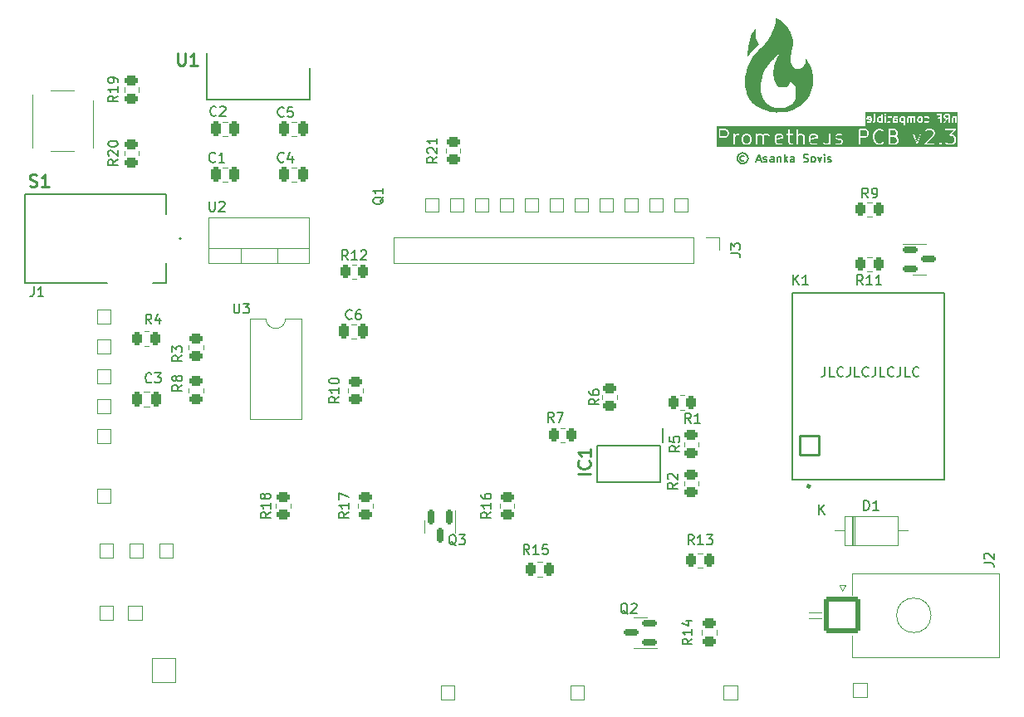
<source format=gbr>
%TF.GenerationSoftware,KiCad,Pcbnew,7.0.6*%
%TF.CreationDate,2023-11-14T23:27:57+05:30*%
%TF.ProjectId,Prometheus v2.0,50726f6d-6574-4686-9575-732076322e30,2.3*%
%TF.SameCoordinates,Original*%
%TF.FileFunction,Legend,Top*%
%TF.FilePolarity,Positive*%
%FSLAX46Y46*%
G04 Gerber Fmt 4.6, Leading zero omitted, Abs format (unit mm)*
G04 Created by KiCad (PCBNEW 7.0.6) date 2023-11-14 23:27:57*
%MOMM*%
%LPD*%
G01*
G04 APERTURE LIST*
G04 Aperture macros list*
%AMRoundRect*
0 Rectangle with rounded corners*
0 $1 Rounding radius*
0 $2 $3 $4 $5 $6 $7 $8 $9 X,Y pos of 4 corners*
0 Add a 4 corners polygon primitive as box body*
4,1,4,$2,$3,$4,$5,$6,$7,$8,$9,$2,$3,0*
0 Add four circle primitives for the rounded corners*
1,1,$1+$1,$2,$3*
1,1,$1+$1,$4,$5*
1,1,$1+$1,$6,$7*
1,1,$1+$1,$8,$9*
0 Add four rect primitives between the rounded corners*
20,1,$1+$1,$2,$3,$4,$5,0*
20,1,$1+$1,$4,$5,$6,$7,0*
20,1,$1+$1,$6,$7,$8,$9,0*
20,1,$1+$1,$8,$9,$2,$3,0*%
G04 Aperture macros list end*
%ADD10C,0.175000*%
%ADD11C,0.150000*%
%ADD12C,0.254000*%
%ADD13C,0.127000*%
%ADD14C,0.200000*%
%ADD15C,0.120000*%
%ADD16C,0.300000*%
%ADD17C,0.100000*%
%ADD18O,2.404000X4.604000*%
%ADD19O,2.204000X4.204000*%
%ADD20O,4.204000X2.204000*%
%ADD21R,1.000000X1.000000*%
%ADD22RoundRect,0.250000X0.262500X0.450000X-0.262500X0.450000X-0.262500X-0.450000X0.262500X-0.450000X0*%
%ADD23RoundRect,0.250000X-0.262500X-0.450000X0.262500X-0.450000X0.262500X0.450000X-0.262500X0.450000X0*%
%ADD24RoundRect,0.250000X0.450000X-0.262500X0.450000X0.262500X-0.450000X0.262500X-0.450000X-0.262500X0*%
%ADD25RoundRect,0.102000X0.990000X-0.990000X0.990000X0.990000X-0.990000X0.990000X-0.990000X-0.990000X0*%
%ADD26C,2.184000*%
%ADD27C,2.139000*%
%ADD28RoundRect,0.250000X-0.450000X0.262500X-0.450000X-0.262500X0.450000X-0.262500X0.450000X0.262500X0*%
%ADD29C,2.900000*%
%ADD30C,5.000000*%
%ADD31RoundRect,0.250000X-0.250000X-0.475000X0.250000X-0.475000X0.250000X0.475000X-0.250000X0.475000X0*%
%ADD32R,2.000000X2.000000*%
%ADD33RoundRect,0.150000X-0.150000X0.587500X-0.150000X-0.587500X0.150000X-0.587500X0.150000X0.587500X0*%
%ADD34RoundRect,0.150000X-0.587500X-0.150000X0.587500X-0.150000X0.587500X0.150000X-0.587500X0.150000X0*%
%ADD35R,1.935000X1.935000*%
%ADD36C,1.935000*%
%ADD37R,1.700000X1.700000*%
%ADD38O,1.700000X1.700000*%
%ADD39C,3.000000*%
%ADD40RoundRect,0.250002X-1.599998X1.599998X-1.599998X-1.599998X1.599998X-1.599998X1.599998X1.599998X0*%
%ADD41C,3.700000*%
%ADD42R,1.600000X1.600000*%
%ADD43O,1.600000X1.600000*%
%ADD44R,0.450000X1.475000*%
%ADD45R,1.905000X2.000000*%
%ADD46O,1.905000X2.000000*%
%ADD47R,2.200000X2.200000*%
%ADD48O,2.200000X2.200000*%
%ADD49RoundRect,0.250000X0.250000X0.475000X-0.250000X0.475000X-0.250000X-0.475000X0.250000X-0.475000X0*%
%ADD50RoundRect,0.150000X0.587500X0.150000X-0.587500X0.150000X-0.587500X-0.150000X0.587500X-0.150000X0*%
%ADD51R,1.575000X1.575000*%
%ADD52C,1.575000*%
%ADD53R,1.800000X1.800000*%
%ADD54C,1.800000*%
%ADD55R,1.600200X1.600200*%
%ADD56C,1.600200*%
G04 APERTURE END LIST*
D10*
X160703226Y-74033471D02*
X160627035Y-73995376D01*
X160627035Y-73995376D02*
X160474654Y-73995376D01*
X160474654Y-73995376D02*
X160398464Y-74033471D01*
X160398464Y-74033471D02*
X160322273Y-74109661D01*
X160322273Y-74109661D02*
X160284178Y-74185852D01*
X160284178Y-74185852D02*
X160284178Y-74338233D01*
X160284178Y-74338233D02*
X160322273Y-74414423D01*
X160322273Y-74414423D02*
X160398464Y-74490614D01*
X160398464Y-74490614D02*
X160474654Y-74528709D01*
X160474654Y-74528709D02*
X160627035Y-74528709D01*
X160627035Y-74528709D02*
X160703226Y-74490614D01*
X160550845Y-73728709D02*
X160360369Y-73766804D01*
X160360369Y-73766804D02*
X160169892Y-73881090D01*
X160169892Y-73881090D02*
X160055607Y-74071566D01*
X160055607Y-74071566D02*
X160017511Y-74262042D01*
X160017511Y-74262042D02*
X160055607Y-74452519D01*
X160055607Y-74452519D02*
X160169892Y-74642995D01*
X160169892Y-74642995D02*
X160360369Y-74757280D01*
X160360369Y-74757280D02*
X160550845Y-74795376D01*
X160550845Y-74795376D02*
X160741321Y-74757280D01*
X160741321Y-74757280D02*
X160931797Y-74642995D01*
X160931797Y-74642995D02*
X161046083Y-74452519D01*
X161046083Y-74452519D02*
X161084178Y-74262042D01*
X161084178Y-74262042D02*
X161046083Y-74071566D01*
X161046083Y-74071566D02*
X160931797Y-73881090D01*
X160931797Y-73881090D02*
X160741321Y-73766804D01*
X160741321Y-73766804D02*
X160550845Y-73728709D01*
X161998464Y-74414423D02*
X162379417Y-74414423D01*
X161922274Y-74642995D02*
X162188941Y-73842995D01*
X162188941Y-73842995D02*
X162455607Y-74642995D01*
X162684178Y-74604900D02*
X162760369Y-74642995D01*
X162760369Y-74642995D02*
X162912750Y-74642995D01*
X162912750Y-74642995D02*
X162988940Y-74604900D01*
X162988940Y-74604900D02*
X163027036Y-74528709D01*
X163027036Y-74528709D02*
X163027036Y-74490614D01*
X163027036Y-74490614D02*
X162988940Y-74414423D01*
X162988940Y-74414423D02*
X162912750Y-74376328D01*
X162912750Y-74376328D02*
X162798464Y-74376328D01*
X162798464Y-74376328D02*
X162722274Y-74338233D01*
X162722274Y-74338233D02*
X162684178Y-74262042D01*
X162684178Y-74262042D02*
X162684178Y-74223947D01*
X162684178Y-74223947D02*
X162722274Y-74147757D01*
X162722274Y-74147757D02*
X162798464Y-74109661D01*
X162798464Y-74109661D02*
X162912750Y-74109661D01*
X162912750Y-74109661D02*
X162988940Y-74147757D01*
X163712750Y-74642995D02*
X163712750Y-74223947D01*
X163712750Y-74223947D02*
X163674655Y-74147757D01*
X163674655Y-74147757D02*
X163598464Y-74109661D01*
X163598464Y-74109661D02*
X163446083Y-74109661D01*
X163446083Y-74109661D02*
X163369893Y-74147757D01*
X163712750Y-74604900D02*
X163636559Y-74642995D01*
X163636559Y-74642995D02*
X163446083Y-74642995D01*
X163446083Y-74642995D02*
X163369893Y-74604900D01*
X163369893Y-74604900D02*
X163331797Y-74528709D01*
X163331797Y-74528709D02*
X163331797Y-74452519D01*
X163331797Y-74452519D02*
X163369893Y-74376328D01*
X163369893Y-74376328D02*
X163446083Y-74338233D01*
X163446083Y-74338233D02*
X163636559Y-74338233D01*
X163636559Y-74338233D02*
X163712750Y-74300138D01*
X164093703Y-74109661D02*
X164093703Y-74642995D01*
X164093703Y-74185852D02*
X164131798Y-74147757D01*
X164131798Y-74147757D02*
X164207988Y-74109661D01*
X164207988Y-74109661D02*
X164322274Y-74109661D01*
X164322274Y-74109661D02*
X164398465Y-74147757D01*
X164398465Y-74147757D02*
X164436560Y-74223947D01*
X164436560Y-74223947D02*
X164436560Y-74642995D01*
X164817513Y-74642995D02*
X164817513Y-73842995D01*
X164893703Y-74338233D02*
X165122275Y-74642995D01*
X165122275Y-74109661D02*
X164817513Y-74414423D01*
X165807989Y-74642995D02*
X165807989Y-74223947D01*
X165807989Y-74223947D02*
X165769894Y-74147757D01*
X165769894Y-74147757D02*
X165693703Y-74109661D01*
X165693703Y-74109661D02*
X165541322Y-74109661D01*
X165541322Y-74109661D02*
X165465132Y-74147757D01*
X165807989Y-74604900D02*
X165731798Y-74642995D01*
X165731798Y-74642995D02*
X165541322Y-74642995D01*
X165541322Y-74642995D02*
X165465132Y-74604900D01*
X165465132Y-74604900D02*
X165427036Y-74528709D01*
X165427036Y-74528709D02*
X165427036Y-74452519D01*
X165427036Y-74452519D02*
X165465132Y-74376328D01*
X165465132Y-74376328D02*
X165541322Y-74338233D01*
X165541322Y-74338233D02*
X165731798Y-74338233D01*
X165731798Y-74338233D02*
X165807989Y-74300138D01*
X166760370Y-74604900D02*
X166874656Y-74642995D01*
X166874656Y-74642995D02*
X167065132Y-74642995D01*
X167065132Y-74642995D02*
X167141323Y-74604900D01*
X167141323Y-74604900D02*
X167179418Y-74566804D01*
X167179418Y-74566804D02*
X167217513Y-74490614D01*
X167217513Y-74490614D02*
X167217513Y-74414423D01*
X167217513Y-74414423D02*
X167179418Y-74338233D01*
X167179418Y-74338233D02*
X167141323Y-74300138D01*
X167141323Y-74300138D02*
X167065132Y-74262042D01*
X167065132Y-74262042D02*
X166912751Y-74223947D01*
X166912751Y-74223947D02*
X166836561Y-74185852D01*
X166836561Y-74185852D02*
X166798466Y-74147757D01*
X166798466Y-74147757D02*
X166760370Y-74071566D01*
X166760370Y-74071566D02*
X166760370Y-73995376D01*
X166760370Y-73995376D02*
X166798466Y-73919185D01*
X166798466Y-73919185D02*
X166836561Y-73881090D01*
X166836561Y-73881090D02*
X166912751Y-73842995D01*
X166912751Y-73842995D02*
X167103228Y-73842995D01*
X167103228Y-73842995D02*
X167217513Y-73881090D01*
X167674656Y-74642995D02*
X167598466Y-74604900D01*
X167598466Y-74604900D02*
X167560371Y-74566804D01*
X167560371Y-74566804D02*
X167522275Y-74490614D01*
X167522275Y-74490614D02*
X167522275Y-74262042D01*
X167522275Y-74262042D02*
X167560371Y-74185852D01*
X167560371Y-74185852D02*
X167598466Y-74147757D01*
X167598466Y-74147757D02*
X167674656Y-74109661D01*
X167674656Y-74109661D02*
X167788942Y-74109661D01*
X167788942Y-74109661D02*
X167865133Y-74147757D01*
X167865133Y-74147757D02*
X167903228Y-74185852D01*
X167903228Y-74185852D02*
X167941323Y-74262042D01*
X167941323Y-74262042D02*
X167941323Y-74490614D01*
X167941323Y-74490614D02*
X167903228Y-74566804D01*
X167903228Y-74566804D02*
X167865133Y-74604900D01*
X167865133Y-74604900D02*
X167788942Y-74642995D01*
X167788942Y-74642995D02*
X167674656Y-74642995D01*
X168207990Y-74109661D02*
X168398466Y-74642995D01*
X168398466Y-74642995D02*
X168588943Y-74109661D01*
X168893705Y-74642995D02*
X168893705Y-74109661D01*
X168893705Y-73842995D02*
X168855609Y-73881090D01*
X168855609Y-73881090D02*
X168893705Y-73919185D01*
X168893705Y-73919185D02*
X168931800Y-73881090D01*
X168931800Y-73881090D02*
X168893705Y-73842995D01*
X168893705Y-73842995D02*
X168893705Y-73919185D01*
X169236561Y-74604900D02*
X169312752Y-74642995D01*
X169312752Y-74642995D02*
X169465133Y-74642995D01*
X169465133Y-74642995D02*
X169541323Y-74604900D01*
X169541323Y-74604900D02*
X169579419Y-74528709D01*
X169579419Y-74528709D02*
X169579419Y-74490614D01*
X169579419Y-74490614D02*
X169541323Y-74414423D01*
X169541323Y-74414423D02*
X169465133Y-74376328D01*
X169465133Y-74376328D02*
X169350847Y-74376328D01*
X169350847Y-74376328D02*
X169274657Y-74338233D01*
X169274657Y-74338233D02*
X169236561Y-74262042D01*
X169236561Y-74262042D02*
X169236561Y-74223947D01*
X169236561Y-74223947D02*
X169274657Y-74147757D01*
X169274657Y-74147757D02*
X169350847Y-74109661D01*
X169350847Y-74109661D02*
X169465133Y-74109661D01*
X169465133Y-74109661D02*
X169541323Y-74147757D01*
D11*
G36*
X161161399Y-71941696D02*
G01*
X161215616Y-71995912D01*
X161273683Y-72112046D01*
X161273683Y-72505209D01*
X161215615Y-72621344D01*
X161161399Y-72675560D01*
X161045264Y-72733628D01*
X160866388Y-72733628D01*
X160750252Y-72675560D01*
X160696036Y-72621344D01*
X160637969Y-72505209D01*
X160637969Y-72112046D01*
X160696035Y-71995912D01*
X160750252Y-71941696D01*
X160866388Y-71883628D01*
X161045264Y-71883628D01*
X161161399Y-71941696D01*
G37*
G36*
X164507067Y-71935958D02*
G01*
X164559398Y-72040619D01*
X164559398Y-72104285D01*
X163995112Y-72217142D01*
X163995112Y-72040618D01*
X164047441Y-71935958D01*
X164152103Y-71883628D01*
X164402407Y-71883628D01*
X164507067Y-71935958D01*
G37*
G36*
X168007067Y-71935958D02*
G01*
X168059398Y-72040619D01*
X168059398Y-72104285D01*
X167495112Y-72217142D01*
X167495112Y-72040618D01*
X167547441Y-71935958D01*
X167652103Y-71883628D01*
X167902407Y-71883628D01*
X168007067Y-71935958D01*
G37*
G36*
X176165312Y-72159894D02*
G01*
X176215615Y-72210197D01*
X176273683Y-72326332D01*
X176273683Y-72505209D01*
X176215615Y-72621344D01*
X176161399Y-72675560D01*
X176045264Y-72733628D01*
X175566540Y-72733628D01*
X175566540Y-72097914D01*
X175979370Y-72097914D01*
X176165312Y-72159894D01*
G37*
G36*
X176089971Y-71441696D02*
G01*
X176144187Y-71495912D01*
X176202255Y-71612047D01*
X176202255Y-71719494D01*
X176144187Y-71835629D01*
X176089971Y-71889845D01*
X175973835Y-71947914D01*
X175566540Y-71947914D01*
X175566540Y-71383628D01*
X175973835Y-71383628D01*
X176089971Y-71441696D01*
G37*
G36*
X158875685Y-71441696D02*
G01*
X158929902Y-71495912D01*
X158987969Y-71612046D01*
X158987969Y-71790923D01*
X158929901Y-71907058D01*
X158875685Y-71961274D01*
X158759550Y-72019342D01*
X158280826Y-72019342D01*
X158280826Y-71383628D01*
X158759550Y-71383628D01*
X158875685Y-71441696D01*
G37*
G36*
X173161399Y-71441696D02*
G01*
X173215616Y-71495912D01*
X173273683Y-71612046D01*
X173273683Y-71790923D01*
X173215615Y-71907058D01*
X173161399Y-71961274D01*
X173045264Y-72019342D01*
X172566540Y-72019342D01*
X172566540Y-71383628D01*
X173045264Y-71383628D01*
X173161399Y-71441696D01*
G37*
G36*
X182495112Y-73097914D02*
G01*
X157916540Y-73097914D01*
X157916540Y-72808628D01*
X158130826Y-72808628D01*
X158148373Y-72856837D01*
X158192802Y-72882489D01*
X158243326Y-72873580D01*
X158276303Y-72834280D01*
X158280826Y-72808628D01*
X159630826Y-72808628D01*
X159648373Y-72856837D01*
X159692802Y-72882489D01*
X159743326Y-72873580D01*
X159776303Y-72834280D01*
X159780826Y-72808628D01*
X159780826Y-72522914D01*
X160487969Y-72522914D01*
X160489502Y-72527127D01*
X160488461Y-72531488D01*
X160495887Y-72556455D01*
X160567315Y-72699312D01*
X160568504Y-72700437D01*
X160581364Y-72718804D01*
X160652793Y-72790233D01*
X160654274Y-72790923D01*
X160672285Y-72804282D01*
X160815142Y-72875710D01*
X160819595Y-72876222D01*
X160823031Y-72879105D01*
X160848683Y-72883628D01*
X161062969Y-72883628D01*
X161067182Y-72882094D01*
X161071543Y-72883136D01*
X161096510Y-72875710D01*
X161230675Y-72808628D01*
X161916540Y-72808628D01*
X161934087Y-72856837D01*
X161978516Y-72882489D01*
X162029040Y-72873580D01*
X162062017Y-72834280D01*
X162066540Y-72808628D01*
X162066540Y-71982551D01*
X162107395Y-71941696D01*
X162223531Y-71883628D01*
X162402407Y-71883628D01*
X162507067Y-71935958D01*
X162559398Y-72040619D01*
X162559398Y-72808628D01*
X162576945Y-72856837D01*
X162621374Y-72882489D01*
X162671898Y-72873580D01*
X162704875Y-72834280D01*
X162709398Y-72808628D01*
X162709398Y-72040618D01*
X162761727Y-71935958D01*
X162866388Y-71883628D01*
X163045264Y-71883628D01*
X163149924Y-71935958D01*
X163202255Y-72040619D01*
X163202255Y-72808628D01*
X163219802Y-72856837D01*
X163264231Y-72882489D01*
X163314755Y-72873580D01*
X163347732Y-72834280D01*
X163352255Y-72808628D01*
X163352255Y-72594342D01*
X163845112Y-72594342D01*
X163846645Y-72598554D01*
X163845603Y-72602916D01*
X163853030Y-72627883D01*
X163924458Y-72770741D01*
X163932611Y-72778460D01*
X163937078Y-72788765D01*
X163957999Y-72804282D01*
X164100858Y-72875710D01*
X164105310Y-72876222D01*
X164108746Y-72879105D01*
X164134398Y-72883628D01*
X164420112Y-72883628D01*
X164424325Y-72882094D01*
X164428686Y-72883136D01*
X164453653Y-72875710D01*
X164596510Y-72804282D01*
X164631782Y-72767028D01*
X164634857Y-72715817D01*
X164604294Y-72674612D01*
X164554395Y-72662691D01*
X164529428Y-72670118D01*
X164402407Y-72733628D01*
X164152103Y-72733628D01*
X164047441Y-72681297D01*
X163995112Y-72576637D01*
X163995112Y-72370113D01*
X164649107Y-72239314D01*
X164659693Y-72232875D01*
X164671898Y-72230723D01*
X164680931Y-72219957D01*
X164692939Y-72212654D01*
X164696910Y-72200914D01*
X164704875Y-72191423D01*
X164709398Y-72165771D01*
X164709398Y-72022914D01*
X164707864Y-72018700D01*
X164708906Y-72014339D01*
X164701480Y-71989373D01*
X164630051Y-71846516D01*
X164621897Y-71838795D01*
X164617431Y-71828492D01*
X164596510Y-71812975D01*
X164561768Y-71795604D01*
X164989108Y-71795604D01*
X164998017Y-71846128D01*
X165037317Y-71879105D01*
X165062969Y-71883628D01*
X165202254Y-71883628D01*
X165202254Y-72594342D01*
X165203787Y-72598555D01*
X165202746Y-72602916D01*
X165210172Y-72627883D01*
X165281601Y-72770741D01*
X165289754Y-72778460D01*
X165294221Y-72788765D01*
X165315142Y-72804282D01*
X165457999Y-72875710D01*
X165462452Y-72876222D01*
X165465888Y-72879105D01*
X165491540Y-72883628D01*
X165634397Y-72883628D01*
X165682606Y-72866081D01*
X165708258Y-72821652D01*
X165705961Y-72808628D01*
X166059397Y-72808628D01*
X166076944Y-72856837D01*
X166121373Y-72882489D01*
X166171897Y-72873580D01*
X166204874Y-72834280D01*
X166209397Y-72808628D01*
X166209397Y-71982551D01*
X166250252Y-71941696D01*
X166366388Y-71883628D01*
X166545264Y-71883628D01*
X166649924Y-71935958D01*
X166702254Y-72040619D01*
X166702255Y-72808628D01*
X166719802Y-72856837D01*
X166764231Y-72882489D01*
X166814755Y-72873580D01*
X166847732Y-72834280D01*
X166852255Y-72808628D01*
X166852255Y-72594342D01*
X167345112Y-72594342D01*
X167346645Y-72598554D01*
X167345603Y-72602916D01*
X167353030Y-72627883D01*
X167424458Y-72770741D01*
X167432611Y-72778460D01*
X167437078Y-72788765D01*
X167457999Y-72804282D01*
X167600858Y-72875710D01*
X167605310Y-72876222D01*
X167608746Y-72879105D01*
X167634398Y-72883628D01*
X167920112Y-72883628D01*
X167924325Y-72882094D01*
X167928686Y-72883136D01*
X167953653Y-72875710D01*
X168096510Y-72804282D01*
X168131782Y-72767028D01*
X168134857Y-72715817D01*
X168104294Y-72674612D01*
X168054395Y-72662691D01*
X168029428Y-72670118D01*
X167902407Y-72733628D01*
X167652103Y-72733628D01*
X167547441Y-72681297D01*
X167503964Y-72594342D01*
X168702254Y-72594342D01*
X168703787Y-72598555D01*
X168702746Y-72602916D01*
X168710172Y-72627883D01*
X168781601Y-72770741D01*
X168789754Y-72778460D01*
X168794221Y-72788765D01*
X168815142Y-72804282D01*
X168957999Y-72875710D01*
X168962452Y-72876222D01*
X168965888Y-72879105D01*
X168991540Y-72883628D01*
X169205826Y-72883628D01*
X169210039Y-72882094D01*
X169214400Y-72883136D01*
X169239367Y-72875710D01*
X169349487Y-72820650D01*
X169362659Y-72856837D01*
X169407088Y-72882489D01*
X169457612Y-72873580D01*
X169490589Y-72834280D01*
X169495112Y-72808628D01*
X169495112Y-72094342D01*
X169987969Y-72094342D01*
X169989502Y-72098554D01*
X169988460Y-72102916D01*
X169995887Y-72127883D01*
X170067315Y-72270741D01*
X170075468Y-72278460D01*
X170079935Y-72288765D01*
X170100856Y-72304282D01*
X170243715Y-72375710D01*
X170248167Y-72376222D01*
X170251603Y-72379105D01*
X170277255Y-72383628D01*
X170473835Y-72383628D01*
X170578495Y-72435958D01*
X170630826Y-72540619D01*
X170630826Y-72576636D01*
X170578495Y-72681298D01*
X170473835Y-72733628D01*
X170223531Y-72733628D01*
X170096510Y-72670118D01*
X170045543Y-72664253D01*
X170002730Y-72692520D01*
X169988104Y-72741694D01*
X170008507Y-72788765D01*
X170029428Y-72804282D01*
X170172285Y-72875710D01*
X170176738Y-72876222D01*
X170180174Y-72879105D01*
X170205826Y-72883628D01*
X170491540Y-72883628D01*
X170495753Y-72882094D01*
X170500114Y-72883136D01*
X170525081Y-72875710D01*
X170659246Y-72808628D01*
X172416540Y-72808628D01*
X172434087Y-72856837D01*
X172478516Y-72882489D01*
X172529040Y-72873580D01*
X172562017Y-72834280D01*
X172566540Y-72808628D01*
X172566540Y-72169342D01*
X173062969Y-72169342D01*
X173067182Y-72167808D01*
X173071543Y-72168850D01*
X173081895Y-72165771D01*
X173845112Y-72165771D01*
X173846297Y-72169028D01*
X173847351Y-72183961D01*
X173918779Y-72469675D01*
X173920767Y-72472619D01*
X173924458Y-72485026D01*
X173995887Y-72627883D01*
X173997073Y-72629006D01*
X174009936Y-72647375D01*
X174152793Y-72790233D01*
X174156856Y-72792127D01*
X174159204Y-72795949D01*
X174182109Y-72808351D01*
X174396395Y-72879779D01*
X174398029Y-72879734D01*
X174420112Y-72883628D01*
X174562969Y-72883628D01*
X174564507Y-72883067D01*
X174586686Y-72879779D01*
X174800141Y-72808628D01*
X175416540Y-72808628D01*
X175423203Y-72826936D01*
X175426588Y-72846128D01*
X175431772Y-72850478D01*
X175434087Y-72856837D01*
X175450960Y-72866579D01*
X175465888Y-72879105D01*
X175475630Y-72880822D01*
X175478516Y-72882489D01*
X175481798Y-72881910D01*
X175491540Y-72883628D01*
X176062969Y-72883628D01*
X176067182Y-72882094D01*
X176071543Y-72883136D01*
X176096510Y-72875710D01*
X176239367Y-72804282D01*
X176240492Y-72803092D01*
X176258859Y-72790233D01*
X176330288Y-72718804D01*
X176330978Y-72717322D01*
X176344337Y-72699312D01*
X176415765Y-72556455D01*
X176416277Y-72552001D01*
X176419160Y-72548566D01*
X176423683Y-72522914D01*
X176423683Y-72308628D01*
X176422149Y-72304415D01*
X176423192Y-72300054D01*
X176415765Y-72275087D01*
X176344337Y-72132230D01*
X176343150Y-72131106D01*
X176330288Y-72112738D01*
X176258859Y-72041309D01*
X176254795Y-72039414D01*
X176252448Y-72035593D01*
X176229543Y-72023191D01*
X176182945Y-72007658D01*
X176187431Y-72004518D01*
X176258859Y-71933090D01*
X176259551Y-71931604D01*
X176272908Y-71913598D01*
X176325620Y-71808174D01*
X177916541Y-71808174D01*
X177920909Y-71833853D01*
X178278052Y-72833853D01*
X178278360Y-72834224D01*
X178278363Y-72834705D01*
X178294711Y-72853951D01*
X178310792Y-72873352D01*
X178311263Y-72873438D01*
X178311576Y-72873806D01*
X178336496Y-72878044D01*
X178361260Y-72882566D01*
X178361677Y-72882328D01*
X178362153Y-72882409D01*
X178383971Y-72869635D01*
X178405844Y-72857183D01*
X178406010Y-72856733D01*
X178406426Y-72856490D01*
X178419314Y-72833853D01*
X178430657Y-72802092D01*
X179059683Y-72802092D01*
X179065524Y-72823894D01*
X179069445Y-72846128D01*
X179072072Y-72848332D01*
X179072960Y-72851646D01*
X179091451Y-72864594D01*
X179108745Y-72879105D01*
X179113329Y-72879913D01*
X179114986Y-72881073D01*
X179118274Y-72880785D01*
X179134397Y-72883628D01*
X180062969Y-72883628D01*
X180111178Y-72866081D01*
X180136830Y-72821652D01*
X180127921Y-72771128D01*
X180088621Y-72738151D01*
X180062969Y-72733628D01*
X179315463Y-72733628D01*
X179318427Y-72730664D01*
X180559683Y-72730664D01*
X180564725Y-72749484D01*
X180566424Y-72768896D01*
X180572097Y-72776998D01*
X180572960Y-72780219D01*
X180575691Y-72782131D01*
X180581364Y-72790233D01*
X180652792Y-72861661D01*
X180670450Y-72869895D01*
X180686413Y-72881072D01*
X180689829Y-72880773D01*
X180692801Y-72882489D01*
X180696180Y-72881893D01*
X180699288Y-72883342D01*
X180718106Y-72878300D01*
X180737521Y-72876602D01*
X180741335Y-72873930D01*
X180743325Y-72873580D01*
X180745445Y-72871053D01*
X180745625Y-72870927D01*
X180748843Y-72870065D01*
X180750753Y-72867335D01*
X180758858Y-72861661D01*
X180830287Y-72790233D01*
X180838520Y-72772576D01*
X180849699Y-72756612D01*
X180849109Y-72749868D01*
X180851968Y-72743737D01*
X180846926Y-72724920D01*
X180845228Y-72705504D01*
X180839553Y-72697399D01*
X180838691Y-72694182D01*
X180835961Y-72692270D01*
X180830287Y-72684167D01*
X180758858Y-72612738D01*
X180741202Y-72604505D01*
X180725236Y-72593326D01*
X180721819Y-72593624D01*
X180718849Y-72591910D01*
X180715468Y-72592506D01*
X180712361Y-72591057D01*
X180693541Y-72596099D01*
X180674128Y-72597798D01*
X180670314Y-72600468D01*
X180668325Y-72600819D01*
X180666204Y-72603346D01*
X180666025Y-72603471D01*
X180662807Y-72604334D01*
X180660895Y-72607063D01*
X180652792Y-72612738D01*
X180581364Y-72684167D01*
X180573130Y-72701824D01*
X180561952Y-72717789D01*
X180562542Y-72724532D01*
X180559683Y-72730664D01*
X179318427Y-72730664D01*
X180044573Y-72004518D01*
X180046467Y-72000455D01*
X180050288Y-71998108D01*
X180062691Y-71975202D01*
X180134120Y-71760918D01*
X180134075Y-71759282D01*
X180137969Y-71737200D01*
X180137969Y-71594342D01*
X180136435Y-71590128D01*
X180137477Y-71585767D01*
X180130051Y-71560801D01*
X180058622Y-71417944D01*
X180057432Y-71416818D01*
X180044573Y-71398452D01*
X179973145Y-71327024D01*
X179971663Y-71326333D01*
X179953653Y-71312975D01*
X179918911Y-71295604D01*
X181203393Y-71295604D01*
X181212302Y-71346128D01*
X181251602Y-71379105D01*
X181277254Y-71383628D01*
X182040543Y-71383628D01*
X181649383Y-71830669D01*
X181642076Y-71849520D01*
X181631965Y-71867033D01*
X181633004Y-71872926D01*
X181630842Y-71878505D01*
X181637362Y-71897644D01*
X181640874Y-71917557D01*
X181645457Y-71921402D01*
X181647387Y-71927067D01*
X181664685Y-71937537D01*
X181680174Y-71950534D01*
X181688617Y-71952022D01*
X181691276Y-71953632D01*
X181694717Y-71953098D01*
X181705826Y-71955057D01*
X181902406Y-71955057D01*
X182018540Y-72013123D01*
X182072757Y-72067340D01*
X182130825Y-72183476D01*
X182130825Y-72505208D01*
X182072757Y-72621344D01*
X182018540Y-72675561D01*
X181902406Y-72733628D01*
X181509245Y-72733628D01*
X181393109Y-72675560D01*
X181330287Y-72612738D01*
X181283790Y-72591057D01*
X181234236Y-72604334D01*
X181204809Y-72646360D01*
X181209281Y-72697467D01*
X181224221Y-72718804D01*
X181295650Y-72790233D01*
X181297131Y-72790923D01*
X181315142Y-72804282D01*
X181457999Y-72875710D01*
X181462452Y-72876222D01*
X181465888Y-72879105D01*
X181491540Y-72883628D01*
X181920111Y-72883628D01*
X181924323Y-72882094D01*
X181928685Y-72883137D01*
X181953652Y-72875710D01*
X182096510Y-72804282D01*
X182097634Y-72803094D01*
X182116002Y-72790233D01*
X182187430Y-72718804D01*
X182188122Y-72717319D01*
X182201479Y-72699312D01*
X182272908Y-72556455D01*
X182273420Y-72552001D01*
X182276303Y-72548566D01*
X182280826Y-72522914D01*
X182280826Y-72165771D01*
X182279292Y-72161557D01*
X182280334Y-72157196D01*
X182272908Y-72132230D01*
X182201479Y-71989373D01*
X182200292Y-71988249D01*
X182187430Y-71969881D01*
X182116002Y-71898452D01*
X182114520Y-71897760D01*
X182096510Y-71884403D01*
X181953652Y-71812975D01*
X181949198Y-71812462D01*
X181945763Y-71809580D01*
X181920111Y-71805057D01*
X181871108Y-71805057D01*
X182262269Y-71358016D01*
X182269574Y-71339166D01*
X182279687Y-71321652D01*
X182278647Y-71315756D01*
X182280809Y-71310180D01*
X182274290Y-71291045D01*
X182270778Y-71271128D01*
X182266194Y-71267281D01*
X182264265Y-71261619D01*
X182246970Y-71251150D01*
X182231478Y-71238151D01*
X182223033Y-71236662D01*
X182220375Y-71235053D01*
X182216933Y-71235586D01*
X182205826Y-71233628D01*
X181277254Y-71233628D01*
X181229045Y-71251175D01*
X181203393Y-71295604D01*
X179918911Y-71295604D01*
X179810795Y-71241546D01*
X179806341Y-71241033D01*
X179802906Y-71238151D01*
X179777254Y-71233628D01*
X179420112Y-71233628D01*
X179415898Y-71235161D01*
X179411537Y-71234120D01*
X179386571Y-71241546D01*
X179243713Y-71312975D01*
X179242587Y-71314164D01*
X179224221Y-71327024D01*
X179152793Y-71398452D01*
X179131112Y-71444949D01*
X179144389Y-71494503D01*
X179186415Y-71523930D01*
X179237522Y-71519458D01*
X179258859Y-71504518D01*
X179321681Y-71441695D01*
X179437817Y-71383628D01*
X179759549Y-71383628D01*
X179875685Y-71441696D01*
X179929901Y-71495912D01*
X179987969Y-71612047D01*
X179987969Y-71725029D01*
X179925988Y-71910970D01*
X179081364Y-72755595D01*
X179071826Y-72776048D01*
X179060536Y-72795604D01*
X179061132Y-72798984D01*
X179059683Y-72802092D01*
X178430657Y-72802092D01*
X178776457Y-71833853D01*
X178776146Y-71782551D01*
X178742933Y-71743451D01*
X178692356Y-71734847D01*
X178648083Y-71760767D01*
X178635195Y-71783403D01*
X178348682Y-72585636D01*
X178062171Y-71783403D01*
X178029431Y-71743904D01*
X177978963Y-71734690D01*
X177934379Y-71760073D01*
X177916541Y-71808174D01*
X176325620Y-71808174D01*
X176344337Y-71770741D01*
X176344849Y-71766287D01*
X176347732Y-71762852D01*
X176352255Y-71737200D01*
X176352255Y-71594342D01*
X176350721Y-71590128D01*
X176351763Y-71585767D01*
X176344337Y-71560801D01*
X176272908Y-71417944D01*
X176271718Y-71416818D01*
X176258859Y-71398452D01*
X176187431Y-71327024D01*
X176185949Y-71326333D01*
X176167939Y-71312975D01*
X176025081Y-71241546D01*
X176020627Y-71241033D01*
X176017192Y-71238151D01*
X175991540Y-71233628D01*
X175491540Y-71233628D01*
X175473231Y-71240291D01*
X175454040Y-71243676D01*
X175449689Y-71248860D01*
X175443331Y-71251175D01*
X175433588Y-71268048D01*
X175421063Y-71282976D01*
X175419345Y-71292718D01*
X175417679Y-71295604D01*
X175418257Y-71298886D01*
X175416540Y-71308628D01*
X175416540Y-72808628D01*
X174800141Y-72808628D01*
X174800972Y-72808351D01*
X174804483Y-72805563D01*
X174808952Y-72805173D01*
X174830288Y-72790233D01*
X174901716Y-72718804D01*
X174923397Y-72672307D01*
X174910120Y-72622752D01*
X174868094Y-72593326D01*
X174816986Y-72597798D01*
X174795650Y-72612738D01*
X174736740Y-72671648D01*
X174550799Y-72733628D01*
X174432282Y-72733628D01*
X174246340Y-72671647D01*
X174124607Y-72549915D01*
X174062304Y-72425308D01*
X173995112Y-72156537D01*
X173995112Y-71960718D01*
X174062304Y-71691947D01*
X174124607Y-71567341D01*
X174246340Y-71445608D01*
X174432282Y-71383628D01*
X174550799Y-71383628D01*
X174736741Y-71445609D01*
X174795650Y-71504518D01*
X174842146Y-71526199D01*
X174891701Y-71512922D01*
X174921127Y-71470896D01*
X174916656Y-71419789D01*
X174901716Y-71398452D01*
X174830288Y-71327024D01*
X174826224Y-71325129D01*
X174823877Y-71321308D01*
X174800972Y-71308906D01*
X174586686Y-71237477D01*
X174585051Y-71237521D01*
X174562969Y-71233628D01*
X174420112Y-71233628D01*
X174418574Y-71234187D01*
X174396394Y-71237477D01*
X174182109Y-71308906D01*
X174178596Y-71311693D01*
X174174130Y-71312084D01*
X174152793Y-71327024D01*
X174009936Y-71469881D01*
X174009245Y-71471362D01*
X173995887Y-71489373D01*
X173924458Y-71632230D01*
X173924051Y-71635758D01*
X173918779Y-71647581D01*
X173847351Y-71933295D01*
X173847711Y-71936743D01*
X173845112Y-71951485D01*
X173845112Y-72165771D01*
X173081895Y-72165771D01*
X173096510Y-72161424D01*
X173239367Y-72089996D01*
X173240492Y-72088806D01*
X173258859Y-72075947D01*
X173330288Y-72004518D01*
X173330978Y-72003036D01*
X173344337Y-71985026D01*
X173415765Y-71842169D01*
X173416277Y-71837715D01*
X173419160Y-71834280D01*
X173423683Y-71808628D01*
X173423683Y-71594342D01*
X173422149Y-71590129D01*
X173423192Y-71585768D01*
X173415765Y-71560801D01*
X173344337Y-71417944D01*
X173343149Y-71416819D01*
X173330288Y-71398452D01*
X173258859Y-71327024D01*
X173257377Y-71326333D01*
X173239367Y-71312975D01*
X173096510Y-71241546D01*
X173092056Y-71241033D01*
X173088621Y-71238151D01*
X173062969Y-71233628D01*
X172491540Y-71233628D01*
X172473231Y-71240291D01*
X172454040Y-71243676D01*
X172449689Y-71248860D01*
X172443331Y-71251175D01*
X172433588Y-71268048D01*
X172421063Y-71282976D01*
X172419345Y-71292718D01*
X172417679Y-71295604D01*
X172418257Y-71298886D01*
X172416540Y-71308628D01*
X172416540Y-72808628D01*
X170659246Y-72808628D01*
X170667938Y-72804282D01*
X170675657Y-72796128D01*
X170685962Y-72791662D01*
X170701479Y-72770741D01*
X170772908Y-72627883D01*
X170773420Y-72623429D01*
X170776303Y-72619994D01*
X170780826Y-72594342D01*
X170780826Y-72522914D01*
X170779292Y-72518700D01*
X170780334Y-72514339D01*
X170772908Y-72489373D01*
X170701479Y-72346516D01*
X170693325Y-72338795D01*
X170688859Y-72328492D01*
X170667938Y-72312975D01*
X170525081Y-72241546D01*
X170520627Y-72241033D01*
X170517192Y-72238151D01*
X170491540Y-72233628D01*
X170294960Y-72233628D01*
X170190298Y-72181297D01*
X170137969Y-72076637D01*
X170137969Y-72040618D01*
X170190298Y-71935958D01*
X170294960Y-71883628D01*
X170473835Y-71883628D01*
X170600856Y-71947139D01*
X170651822Y-71953004D01*
X170694635Y-71924738D01*
X170709262Y-71875564D01*
X170688859Y-71828492D01*
X170667938Y-71812975D01*
X170525081Y-71741546D01*
X170520627Y-71741033D01*
X170517192Y-71738151D01*
X170491540Y-71733628D01*
X170277255Y-71733628D01*
X170273041Y-71735161D01*
X170268680Y-71734120D01*
X170243714Y-71741546D01*
X170100856Y-71812975D01*
X170093136Y-71821128D01*
X170082832Y-71825595D01*
X170067315Y-71846516D01*
X169995887Y-71989373D01*
X169995374Y-71993826D01*
X169992492Y-71997262D01*
X169987969Y-72022914D01*
X169987969Y-72094342D01*
X169495112Y-72094342D01*
X169495112Y-71808628D01*
X169477565Y-71760419D01*
X169433136Y-71734767D01*
X169382612Y-71743676D01*
X169349635Y-71782976D01*
X169345112Y-71808628D01*
X169345112Y-72634705D01*
X169304256Y-72675560D01*
X169188121Y-72733628D01*
X169009245Y-72733628D01*
X168904584Y-72681298D01*
X168852254Y-72576637D01*
X168852254Y-71808628D01*
X168834707Y-71760419D01*
X168790278Y-71734767D01*
X168739754Y-71743676D01*
X168706777Y-71782976D01*
X168702254Y-71808628D01*
X168702254Y-72594342D01*
X167503964Y-72594342D01*
X167495112Y-72576637D01*
X167495112Y-72370113D01*
X168149107Y-72239314D01*
X168159693Y-72232875D01*
X168171898Y-72230723D01*
X168180931Y-72219957D01*
X168192939Y-72212654D01*
X168196910Y-72200914D01*
X168204875Y-72191423D01*
X168209398Y-72165771D01*
X168209398Y-72022914D01*
X168207864Y-72018700D01*
X168208906Y-72014339D01*
X168201480Y-71989373D01*
X168130051Y-71846516D01*
X168121897Y-71838795D01*
X168117431Y-71828492D01*
X168096510Y-71812975D01*
X167953653Y-71741546D01*
X167949199Y-71741033D01*
X167945764Y-71738151D01*
X167920112Y-71733628D01*
X167634398Y-71733628D01*
X167630184Y-71735161D01*
X167625823Y-71734120D01*
X167600857Y-71741546D01*
X167457999Y-71812975D01*
X167450279Y-71821128D01*
X167439975Y-71825595D01*
X167424458Y-71846516D01*
X167353030Y-71989373D01*
X167352517Y-71993826D01*
X167349635Y-71997262D01*
X167345112Y-72022914D01*
X167345112Y-72594342D01*
X166852255Y-72594342D01*
X166852255Y-72022914D01*
X166850721Y-72018700D01*
X166851763Y-72014339D01*
X166844337Y-71989373D01*
X166772908Y-71846516D01*
X166764754Y-71838795D01*
X166760288Y-71828492D01*
X166739367Y-71812975D01*
X166596510Y-71741546D01*
X166592056Y-71741033D01*
X166588621Y-71738151D01*
X166562969Y-71733628D01*
X166348683Y-71733628D01*
X166344469Y-71735161D01*
X166340108Y-71734120D01*
X166315142Y-71741546D01*
X166209397Y-71794418D01*
X166209397Y-71308628D01*
X166191850Y-71260419D01*
X166147421Y-71234767D01*
X166096897Y-71243676D01*
X166063920Y-71282976D01*
X166059397Y-71308628D01*
X166059397Y-72808628D01*
X165705961Y-72808628D01*
X165699349Y-72771128D01*
X165660049Y-72738151D01*
X165634397Y-72733628D01*
X165509245Y-72733628D01*
X165404584Y-72681298D01*
X165352254Y-72576636D01*
X165352254Y-71883628D01*
X165634397Y-71883628D01*
X165682606Y-71866081D01*
X165708258Y-71821652D01*
X165699349Y-71771128D01*
X165660049Y-71738151D01*
X165634397Y-71733628D01*
X165352254Y-71733628D01*
X165352254Y-71308628D01*
X165334707Y-71260419D01*
X165290278Y-71234767D01*
X165239754Y-71243676D01*
X165206777Y-71282976D01*
X165202254Y-71308628D01*
X165202254Y-71733628D01*
X165062969Y-71733628D01*
X165014760Y-71751175D01*
X164989108Y-71795604D01*
X164561768Y-71795604D01*
X164453653Y-71741546D01*
X164449199Y-71741033D01*
X164445764Y-71738151D01*
X164420112Y-71733628D01*
X164134398Y-71733628D01*
X164130184Y-71735161D01*
X164125823Y-71734120D01*
X164100857Y-71741546D01*
X163957999Y-71812975D01*
X163950279Y-71821128D01*
X163939975Y-71825595D01*
X163924458Y-71846516D01*
X163853030Y-71989373D01*
X163852517Y-71993826D01*
X163849635Y-71997262D01*
X163845112Y-72022914D01*
X163845112Y-72594342D01*
X163352255Y-72594342D01*
X163352255Y-72022914D01*
X163350721Y-72018700D01*
X163351763Y-72014339D01*
X163344337Y-71989373D01*
X163272908Y-71846516D01*
X163264754Y-71838795D01*
X163260288Y-71828492D01*
X163239367Y-71812975D01*
X163096510Y-71741546D01*
X163092056Y-71741033D01*
X163088621Y-71738151D01*
X163062969Y-71733628D01*
X162848683Y-71733628D01*
X162844469Y-71735161D01*
X162840108Y-71734120D01*
X162815142Y-71741546D01*
X162672285Y-71812975D01*
X162664565Y-71821128D01*
X162654261Y-71825595D01*
X162638744Y-71846516D01*
X162634397Y-71855209D01*
X162630051Y-71846516D01*
X162621897Y-71838795D01*
X162617431Y-71828492D01*
X162596510Y-71812975D01*
X162453653Y-71741546D01*
X162449199Y-71741033D01*
X162445764Y-71738151D01*
X162420112Y-71733628D01*
X162205826Y-71733628D01*
X162201612Y-71735161D01*
X162197251Y-71734120D01*
X162172285Y-71741546D01*
X162062164Y-71796606D01*
X162048993Y-71760419D01*
X162004564Y-71734767D01*
X161954040Y-71743676D01*
X161921063Y-71782976D01*
X161916540Y-71808628D01*
X161916540Y-72808628D01*
X161230675Y-72808628D01*
X161239367Y-72804282D01*
X161240492Y-72803092D01*
X161258859Y-72790233D01*
X161330288Y-72718804D01*
X161330978Y-72717322D01*
X161344337Y-72699312D01*
X161415765Y-72556455D01*
X161416277Y-72552001D01*
X161419160Y-72548566D01*
X161423683Y-72522914D01*
X161423683Y-72094342D01*
X161422149Y-72090129D01*
X161423192Y-72085768D01*
X161415765Y-72060801D01*
X161344337Y-71917944D01*
X161343149Y-71916819D01*
X161330288Y-71898452D01*
X161258859Y-71827024D01*
X161257377Y-71826333D01*
X161239367Y-71812975D01*
X161096510Y-71741546D01*
X161092056Y-71741033D01*
X161088621Y-71738151D01*
X161062969Y-71733628D01*
X160848683Y-71733628D01*
X160844469Y-71735161D01*
X160840108Y-71734120D01*
X160815142Y-71741546D01*
X160672285Y-71812975D01*
X160671161Y-71814161D01*
X160652793Y-71827024D01*
X160581364Y-71898452D01*
X160580672Y-71899933D01*
X160567315Y-71917944D01*
X160495887Y-72060801D01*
X160495374Y-72065254D01*
X160492492Y-72068690D01*
X160487969Y-72094342D01*
X160487969Y-72522914D01*
X159780826Y-72522914D01*
X159780826Y-72112047D01*
X159838893Y-71995912D01*
X159893110Y-71941696D01*
X160009246Y-71883628D01*
X160134398Y-71883628D01*
X160182607Y-71866081D01*
X160208259Y-71821652D01*
X160199350Y-71771128D01*
X160160050Y-71738151D01*
X160134398Y-71733628D01*
X159991541Y-71733628D01*
X159987327Y-71735161D01*
X159982966Y-71734120D01*
X159958000Y-71741546D01*
X159815143Y-71812975D01*
X159814019Y-71814161D01*
X159795651Y-71827024D01*
X159780826Y-71841848D01*
X159780826Y-71808628D01*
X159763279Y-71760419D01*
X159718850Y-71734767D01*
X159668326Y-71743676D01*
X159635349Y-71782976D01*
X159630826Y-71808628D01*
X159630826Y-72808628D01*
X158280826Y-72808628D01*
X158280826Y-72169342D01*
X158777255Y-72169342D01*
X158781468Y-72167808D01*
X158785829Y-72168850D01*
X158810796Y-72161424D01*
X158953653Y-72089996D01*
X158954778Y-72088806D01*
X158973145Y-72075947D01*
X159044574Y-72004518D01*
X159045264Y-72003036D01*
X159058623Y-71985026D01*
X159130051Y-71842169D01*
X159130563Y-71837715D01*
X159133446Y-71834280D01*
X159137969Y-71808628D01*
X159137969Y-71594342D01*
X159136435Y-71590129D01*
X159137478Y-71585768D01*
X159130051Y-71560801D01*
X159058623Y-71417944D01*
X159057435Y-71416819D01*
X159044574Y-71398452D01*
X158973145Y-71327024D01*
X158971663Y-71326333D01*
X158953653Y-71312975D01*
X158810796Y-71241546D01*
X158806342Y-71241033D01*
X158802907Y-71238151D01*
X158777255Y-71233628D01*
X158205826Y-71233628D01*
X158187517Y-71240291D01*
X158168326Y-71243676D01*
X158163975Y-71248860D01*
X158157617Y-71251175D01*
X158147874Y-71268048D01*
X158135349Y-71282976D01*
X158133631Y-71292718D01*
X158131965Y-71295604D01*
X158132543Y-71298886D01*
X158130826Y-71308628D01*
X158130826Y-72808628D01*
X157916540Y-72808628D01*
X157916540Y-71019342D01*
X182495112Y-71019342D01*
X182495112Y-73097914D01*
G37*
G36*
X176940600Y-70115409D02*
G01*
X176940600Y-70479847D01*
X176921705Y-70489295D01*
X176804734Y-70489295D01*
X176755265Y-70464561D01*
X176734382Y-70443677D01*
X176709648Y-70394208D01*
X176709648Y-70201046D01*
X176734381Y-70151579D01*
X176755265Y-70130695D01*
X176804734Y-70105961D01*
X176921704Y-70105961D01*
X176940600Y-70115409D01*
G37*
G36*
X173531124Y-70124957D02*
G01*
X173550123Y-70162952D01*
X173550123Y-70206142D01*
X173320533Y-70160224D01*
X173338166Y-70124958D01*
X173376161Y-70105961D01*
X173493131Y-70105961D01*
X173531124Y-70124957D01*
G37*
G36*
X174654885Y-70115409D02*
G01*
X174654885Y-70479847D01*
X174635990Y-70489295D01*
X174519019Y-70489295D01*
X174469550Y-70464561D01*
X174448667Y-70443677D01*
X174423933Y-70394208D01*
X174423933Y-70201047D01*
X174448666Y-70151579D01*
X174469550Y-70130695D01*
X174519019Y-70105961D01*
X174635989Y-70105961D01*
X174654885Y-70115409D01*
G37*
G36*
X176025124Y-70334533D02*
G01*
X176197895Y-70334533D01*
X176235888Y-70353529D01*
X176254886Y-70391524D01*
X176254886Y-70432303D01*
X176235888Y-70470298D01*
X176197895Y-70489295D01*
X176042829Y-70489295D01*
X176023933Y-70479847D01*
X176023933Y-70334323D01*
X176025124Y-70334533D01*
G37*
G36*
X178723554Y-70130695D02*
G01*
X178744437Y-70151578D01*
X178769173Y-70201047D01*
X178769173Y-70394208D01*
X178744437Y-70443678D01*
X178723554Y-70464561D01*
X178674087Y-70489295D01*
X178595211Y-70489295D01*
X178545742Y-70464561D01*
X178524859Y-70443677D01*
X178500125Y-70394209D01*
X178500125Y-70201046D01*
X178524859Y-70151578D01*
X178545742Y-70130695D01*
X178595211Y-70105961D01*
X178674086Y-70105961D01*
X178723554Y-70130695D01*
G37*
G36*
X181512029Y-70108342D02*
G01*
X181299972Y-70108342D01*
X181250504Y-70083608D01*
X181229621Y-70062725D01*
X181204886Y-70013255D01*
X181204886Y-69934381D01*
X181229621Y-69884911D01*
X181250504Y-69864029D01*
X181299972Y-69839295D01*
X181512029Y-69839295D01*
X181512029Y-70108342D01*
G37*
G36*
X182500125Y-71019108D02*
G01*
X173054884Y-71019108D01*
X173054884Y-70221438D01*
X173169170Y-70221438D01*
X173173408Y-70233082D01*
X173173125Y-70245472D01*
X173181910Y-70256442D01*
X173186717Y-70269647D01*
X173197448Y-70275842D01*
X173205195Y-70285516D01*
X173229461Y-70294982D01*
X173550123Y-70359113D01*
X173550123Y-70432303D01*
X173531125Y-70470298D01*
X173493132Y-70489295D01*
X173376161Y-70489295D01*
X173315806Y-70459118D01*
X173264839Y-70453253D01*
X173222026Y-70481520D01*
X173207400Y-70530694D01*
X173227803Y-70577765D01*
X173248724Y-70593282D01*
X173324915Y-70631377D01*
X173329368Y-70631889D01*
X173332804Y-70634772D01*
X173358456Y-70639295D01*
X173510837Y-70639295D01*
X173515050Y-70637761D01*
X173519411Y-70638803D01*
X173544378Y-70631377D01*
X173620568Y-70593282D01*
X173627766Y-70585678D01*
X173819902Y-70585678D01*
X173850466Y-70626883D01*
X173900364Y-70638803D01*
X173925331Y-70631377D01*
X174001521Y-70593282D01*
X174009240Y-70585128D01*
X174019545Y-70580662D01*
X174035062Y-70559741D01*
X174073157Y-70483550D01*
X174073669Y-70479096D01*
X174076552Y-70475661D01*
X174081075Y-70450009D01*
X174081075Y-70411914D01*
X174273933Y-70411914D01*
X174275466Y-70416127D01*
X174274425Y-70420488D01*
X174281851Y-70445455D01*
X174319946Y-70521645D01*
X174321134Y-70522770D01*
X174333994Y-70541136D01*
X174372089Y-70579232D01*
X174373570Y-70579922D01*
X174391582Y-70593282D01*
X174467773Y-70631377D01*
X174472226Y-70631889D01*
X174475662Y-70634772D01*
X174501314Y-70639295D01*
X174653695Y-70639295D01*
X174657908Y-70637761D01*
X174662269Y-70638803D01*
X174687236Y-70631377D01*
X174696820Y-70626584D01*
X174716861Y-70638156D01*
X174767385Y-70629247D01*
X174800362Y-70589947D01*
X174804885Y-70564295D01*
X175035837Y-70564295D01*
X175053384Y-70612504D01*
X175097813Y-70638156D01*
X175148337Y-70629247D01*
X175181314Y-70589947D01*
X175185837Y-70564295D01*
X175185837Y-70551271D01*
X175303643Y-70551271D01*
X175312552Y-70601795D01*
X175351852Y-70634772D01*
X175377504Y-70639295D01*
X175453695Y-70639295D01*
X175457908Y-70637761D01*
X175462269Y-70638803D01*
X175487236Y-70631377D01*
X175563426Y-70593282D01*
X175571145Y-70585128D01*
X175581450Y-70580662D01*
X175593589Y-70564295D01*
X175873933Y-70564295D01*
X175891480Y-70612504D01*
X175935909Y-70638156D01*
X175986433Y-70629247D01*
X175986696Y-70628933D01*
X175991583Y-70631377D01*
X175996036Y-70631889D01*
X175999472Y-70634772D01*
X176025124Y-70639295D01*
X176215600Y-70639295D01*
X176219813Y-70637761D01*
X176224174Y-70638803D01*
X176249141Y-70631377D01*
X176325331Y-70593282D01*
X176333051Y-70585127D01*
X176343354Y-70580662D01*
X176358872Y-70559741D01*
X176396968Y-70483551D01*
X176397480Y-70479096D01*
X176400363Y-70475661D01*
X176404886Y-70450009D01*
X176404886Y-70411914D01*
X176559648Y-70411914D01*
X176561181Y-70416127D01*
X176560140Y-70420488D01*
X176567566Y-70445455D01*
X176605661Y-70521645D01*
X176606849Y-70522770D01*
X176619709Y-70541136D01*
X176657804Y-70579232D01*
X176659285Y-70579922D01*
X176677297Y-70593282D01*
X176753488Y-70631377D01*
X176757941Y-70631889D01*
X176761377Y-70634772D01*
X176787029Y-70639295D01*
X176939410Y-70639295D01*
X176940600Y-70638861D01*
X176940600Y-70830961D01*
X176958147Y-70879170D01*
X177002576Y-70904822D01*
X177053100Y-70895913D01*
X177086077Y-70856613D01*
X177090600Y-70830961D01*
X177090600Y-70564295D01*
X177321553Y-70564295D01*
X177339100Y-70612504D01*
X177383529Y-70638156D01*
X177434053Y-70629247D01*
X177467030Y-70589947D01*
X177471553Y-70564295D01*
X177471553Y-70162951D01*
X177490549Y-70124958D01*
X177528544Y-70105961D01*
X177607419Y-70105961D01*
X177645413Y-70124958D01*
X177664410Y-70162952D01*
X177664410Y-70564295D01*
X177681957Y-70612504D01*
X177726386Y-70638156D01*
X177776910Y-70629247D01*
X177809887Y-70589947D01*
X177814410Y-70564295D01*
X177814410Y-70162951D01*
X177833406Y-70124958D01*
X177871401Y-70105961D01*
X177950276Y-70105961D01*
X177999744Y-70130695D01*
X178007267Y-70138218D01*
X178007267Y-70564295D01*
X178024814Y-70612504D01*
X178069243Y-70638156D01*
X178119767Y-70629247D01*
X178152744Y-70589947D01*
X178157267Y-70564295D01*
X178157267Y-70411914D01*
X178350125Y-70411914D01*
X178351658Y-70416127D01*
X178350617Y-70420488D01*
X178358043Y-70445455D01*
X178396138Y-70521645D01*
X178397326Y-70522770D01*
X178410186Y-70541136D01*
X178448281Y-70579232D01*
X178449762Y-70579922D01*
X178467774Y-70593282D01*
X178543965Y-70631377D01*
X178548418Y-70631889D01*
X178551854Y-70634772D01*
X178577506Y-70639295D01*
X178691792Y-70639295D01*
X178696005Y-70637761D01*
X178700366Y-70638803D01*
X178725333Y-70631377D01*
X178801523Y-70593282D01*
X178802647Y-70592094D01*
X178821016Y-70579232D01*
X178859111Y-70541136D01*
X178859802Y-70539652D01*
X178866447Y-70530694D01*
X179074069Y-70530694D01*
X179094472Y-70577765D01*
X179115393Y-70593282D01*
X179191584Y-70631377D01*
X179196037Y-70631889D01*
X179199473Y-70634772D01*
X179225125Y-70639295D01*
X179377506Y-70639295D01*
X179381719Y-70637761D01*
X179386080Y-70638803D01*
X179411047Y-70631377D01*
X179487237Y-70593282D01*
X179488361Y-70592094D01*
X179506730Y-70579232D01*
X179544825Y-70541136D01*
X179545516Y-70539652D01*
X179558873Y-70521646D01*
X179596968Y-70445456D01*
X179597480Y-70441002D01*
X179600364Y-70437566D01*
X179604887Y-70411914D01*
X179604887Y-70183342D01*
X179603353Y-70179127D01*
X179604395Y-70174766D01*
X179596968Y-70149800D01*
X179558873Y-70073610D01*
X179557681Y-70072482D01*
X179544824Y-70054119D01*
X179506729Y-70016024D01*
X179505244Y-70015331D01*
X179487237Y-70001975D01*
X179411048Y-69963879D01*
X179406593Y-69963366D01*
X179403158Y-69960484D01*
X179377506Y-69955961D01*
X179225125Y-69955961D01*
X179220911Y-69957494D01*
X179216550Y-69956453D01*
X179191583Y-69963879D01*
X179115393Y-70001975D01*
X179080121Y-70039230D01*
X179077046Y-70090440D01*
X179107610Y-70131646D01*
X179157509Y-70143565D01*
X179182475Y-70136139D01*
X179242830Y-70105961D01*
X179359800Y-70105961D01*
X179409268Y-70130695D01*
X179430151Y-70151578D01*
X179454887Y-70201047D01*
X179454887Y-70394208D01*
X179430151Y-70443678D01*
X179409268Y-70464561D01*
X179359801Y-70489295D01*
X179242830Y-70489295D01*
X179182475Y-70459118D01*
X179131508Y-70453253D01*
X179088695Y-70481520D01*
X179074069Y-70530694D01*
X178866447Y-70530694D01*
X178873159Y-70521646D01*
X178911254Y-70445456D01*
X178911766Y-70441002D01*
X178914650Y-70437566D01*
X178919173Y-70411914D01*
X178919173Y-70183342D01*
X178917639Y-70179127D01*
X178918681Y-70174766D01*
X178911254Y-70149800D01*
X178873159Y-70073610D01*
X178871967Y-70072482D01*
X178859110Y-70054119D01*
X178821015Y-70016024D01*
X178819530Y-70015331D01*
X178801523Y-70001975D01*
X178725334Y-69963879D01*
X178720879Y-69963366D01*
X178717444Y-69960484D01*
X178691792Y-69955961D01*
X178577506Y-69955961D01*
X178573292Y-69957494D01*
X178568931Y-69956453D01*
X178543964Y-69963879D01*
X178467774Y-70001975D01*
X178466648Y-70003164D01*
X178448282Y-70016024D01*
X178410187Y-70054119D01*
X178409496Y-70055600D01*
X178396138Y-70073611D01*
X178358043Y-70149801D01*
X178357530Y-70154254D01*
X178354648Y-70157690D01*
X178350125Y-70183342D01*
X178350125Y-70411914D01*
X178157267Y-70411914D01*
X178157267Y-70030961D01*
X178139720Y-69982752D01*
X178095291Y-69957100D01*
X178044767Y-69966009D01*
X178033245Y-69979740D01*
X178001524Y-69963879D01*
X177997069Y-69963366D01*
X177993634Y-69960484D01*
X177967982Y-69955961D01*
X177853696Y-69955961D01*
X177849482Y-69957494D01*
X177845121Y-69956453D01*
X177820154Y-69963879D01*
X177743964Y-70001975D01*
X177740206Y-70005943D01*
X177734856Y-70001975D01*
X177658665Y-69963879D01*
X177654211Y-69963366D01*
X177650776Y-69960484D01*
X177625124Y-69955961D01*
X177510839Y-69955961D01*
X177506625Y-69957494D01*
X177502264Y-69956453D01*
X177477297Y-69963879D01*
X177401107Y-70001975D01*
X177393387Y-70010128D01*
X177383083Y-70014595D01*
X177367566Y-70035516D01*
X177329471Y-70111706D01*
X177328958Y-70116159D01*
X177326076Y-70119595D01*
X177321553Y-70145247D01*
X177321553Y-70564295D01*
X177090600Y-70564295D01*
X177090600Y-70030961D01*
X177073053Y-69982752D01*
X177028624Y-69957100D01*
X176978100Y-69966009D01*
X176977837Y-69966321D01*
X176972952Y-69963879D01*
X176968497Y-69963366D01*
X176965062Y-69960484D01*
X176939410Y-69955961D01*
X176787029Y-69955961D01*
X176782815Y-69957494D01*
X176778454Y-69956453D01*
X176753487Y-69963879D01*
X176677297Y-70001975D01*
X176676171Y-70003164D01*
X176657805Y-70016024D01*
X176619710Y-70054119D01*
X176619019Y-70055600D01*
X176605661Y-70073611D01*
X176567566Y-70149801D01*
X176567053Y-70154254D01*
X176564171Y-70157690D01*
X176559648Y-70183342D01*
X176559648Y-70411914D01*
X176404886Y-70411914D01*
X176404886Y-70373819D01*
X176403352Y-70369605D01*
X176404394Y-70365244D01*
X176396968Y-70340277D01*
X176358872Y-70264087D01*
X176350718Y-70256367D01*
X176346252Y-70246063D01*
X176325331Y-70230546D01*
X176249141Y-70192451D01*
X176244687Y-70191938D01*
X176241252Y-70189056D01*
X176215600Y-70184533D01*
X176042829Y-70184533D01*
X176023933Y-70175085D01*
X176023933Y-70162951D01*
X176042929Y-70124958D01*
X176080924Y-70105961D01*
X176197894Y-70105961D01*
X176258248Y-70136138D01*
X176309215Y-70142004D01*
X176352028Y-70113738D01*
X176366655Y-70064564D01*
X176346252Y-70017493D01*
X176325331Y-70001975D01*
X176249142Y-69963879D01*
X176244687Y-69963366D01*
X176241252Y-69960484D01*
X176215600Y-69955961D01*
X176063219Y-69955961D01*
X176059005Y-69957494D01*
X176054644Y-69956453D01*
X176029677Y-69963879D01*
X175953487Y-70001975D01*
X175945767Y-70010128D01*
X175935463Y-70014595D01*
X175919946Y-70035516D01*
X175881851Y-70111706D01*
X175881338Y-70116159D01*
X175878456Y-70119595D01*
X175873933Y-70145247D01*
X175873933Y-70564295D01*
X175593589Y-70564295D01*
X175596967Y-70559741D01*
X175635062Y-70483550D01*
X175635574Y-70479096D01*
X175638457Y-70475661D01*
X175642980Y-70450009D01*
X175642980Y-70105961D01*
X175682266Y-70105961D01*
X175730475Y-70088414D01*
X175756127Y-70043985D01*
X175747218Y-69993461D01*
X175707918Y-69960484D01*
X175682266Y-69955961D01*
X175642980Y-69955961D01*
X175642980Y-69764295D01*
X175638240Y-69751271D01*
X180332216Y-69751271D01*
X180341125Y-69801795D01*
X180380425Y-69834772D01*
X180406077Y-69839295D01*
X180712029Y-69839295D01*
X180712029Y-70070247D01*
X180520363Y-70070247D01*
X180472154Y-70087794D01*
X180446502Y-70132223D01*
X180455411Y-70182747D01*
X180494711Y-70215724D01*
X180520363Y-70220247D01*
X180712029Y-70220247D01*
X180712029Y-70564295D01*
X180729576Y-70612504D01*
X180774005Y-70638156D01*
X180824529Y-70629247D01*
X180857506Y-70589947D01*
X180862029Y-70564295D01*
X180862029Y-70030961D01*
X181054886Y-70030961D01*
X181056419Y-70035174D01*
X181055378Y-70039536D01*
X181062804Y-70064502D01*
X181100900Y-70140693D01*
X181102089Y-70141818D01*
X181114949Y-70160185D01*
X181153044Y-70198280D01*
X181154525Y-70198971D01*
X181172536Y-70212329D01*
X181248726Y-70250424D01*
X181253179Y-70250936D01*
X181256019Y-70253319D01*
X181068444Y-70521285D01*
X181055173Y-70570842D01*
X181076860Y-70617336D01*
X181123360Y-70639011D01*
X181172913Y-70625726D01*
X181191328Y-70607305D01*
X181435602Y-70258342D01*
X181512029Y-70258342D01*
X181512029Y-70564295D01*
X181529576Y-70612504D01*
X181574005Y-70638156D01*
X181624529Y-70629247D01*
X181657506Y-70589947D01*
X181662029Y-70564295D01*
X181892982Y-70564295D01*
X181910529Y-70612504D01*
X181954958Y-70638156D01*
X182005482Y-70629247D01*
X182038459Y-70589947D01*
X182042982Y-70564295D01*
X182042982Y-70162951D01*
X182061978Y-70124958D01*
X182099973Y-70105961D01*
X182178848Y-70105961D01*
X182228316Y-70130695D01*
X182235839Y-70138217D01*
X182235839Y-70564295D01*
X182253386Y-70612504D01*
X182297815Y-70638156D01*
X182348339Y-70629247D01*
X182381316Y-70589947D01*
X182385839Y-70564295D01*
X182385839Y-70030961D01*
X182368292Y-69982752D01*
X182323863Y-69957100D01*
X182273339Y-69966009D01*
X182261817Y-69979740D01*
X182230096Y-69963879D01*
X182225641Y-69963366D01*
X182222206Y-69960484D01*
X182196554Y-69955961D01*
X182082268Y-69955961D01*
X182078054Y-69957494D01*
X182073693Y-69956453D01*
X182048726Y-69963879D01*
X181972536Y-70001975D01*
X181964816Y-70010128D01*
X181954512Y-70014595D01*
X181938995Y-70035516D01*
X181900900Y-70111706D01*
X181900387Y-70116159D01*
X181897505Y-70119595D01*
X181892982Y-70145247D01*
X181892982Y-70564295D01*
X181662029Y-70564295D01*
X181662029Y-69764295D01*
X181655365Y-69745986D01*
X181651981Y-69726795D01*
X181646796Y-69722444D01*
X181644482Y-69716086D01*
X181627608Y-69706343D01*
X181612681Y-69693818D01*
X181602938Y-69692100D01*
X181600053Y-69690434D01*
X181596770Y-69691012D01*
X181587029Y-69689295D01*
X181282267Y-69689295D01*
X181278053Y-69690828D01*
X181273693Y-69689787D01*
X181248726Y-69697213D01*
X181172536Y-69735308D01*
X181171410Y-69736497D01*
X181153044Y-69749357D01*
X181114949Y-69787452D01*
X181114256Y-69788936D01*
X181100900Y-69806944D01*
X181062804Y-69883135D01*
X181062291Y-69887588D01*
X181059409Y-69891024D01*
X181054886Y-69916676D01*
X181054886Y-70030961D01*
X180862029Y-70030961D01*
X180862029Y-69764295D01*
X180855365Y-69745986D01*
X180851981Y-69726795D01*
X180846796Y-69722444D01*
X180844482Y-69716086D01*
X180827608Y-69706343D01*
X180812681Y-69693818D01*
X180802938Y-69692100D01*
X180800053Y-69690434D01*
X180796770Y-69691012D01*
X180787029Y-69689295D01*
X180406077Y-69689295D01*
X180357868Y-69706842D01*
X180332216Y-69751271D01*
X175638240Y-69751271D01*
X175625433Y-69716086D01*
X175581004Y-69690434D01*
X175530480Y-69699343D01*
X175497503Y-69738643D01*
X175492980Y-69764295D01*
X175492980Y-69955961D01*
X175377504Y-69955961D01*
X175329295Y-69973508D01*
X175303643Y-70017937D01*
X175312552Y-70068461D01*
X175351852Y-70101438D01*
X175377504Y-70105961D01*
X175492980Y-70105961D01*
X175492980Y-70432304D01*
X175473983Y-70470298D01*
X175435990Y-70489295D01*
X175377504Y-70489295D01*
X175329295Y-70506842D01*
X175303643Y-70551271D01*
X175185837Y-70551271D01*
X175185837Y-70030961D01*
X175168290Y-69982752D01*
X175123861Y-69957100D01*
X175073337Y-69966009D01*
X175040360Y-70005309D01*
X175035837Y-70030961D01*
X175035837Y-70564295D01*
X174804885Y-70564295D01*
X174804885Y-69795854D01*
X174998028Y-69795854D01*
X175003070Y-69814673D01*
X175004769Y-69834086D01*
X175010442Y-69842188D01*
X175011305Y-69845408D01*
X175014035Y-69847319D01*
X175019709Y-69855423D01*
X175057804Y-69893518D01*
X175075463Y-69901752D01*
X175091425Y-69912929D01*
X175094841Y-69912630D01*
X175097813Y-69914346D01*
X175101192Y-69913750D01*
X175104300Y-69915199D01*
X175123118Y-69910156D01*
X175142532Y-69908459D01*
X175146346Y-69905787D01*
X175148337Y-69905437D01*
X175150458Y-69902909D01*
X175150636Y-69902784D01*
X175153855Y-69901922D01*
X175155766Y-69899192D01*
X175163869Y-69893519D01*
X175201965Y-69855424D01*
X175210200Y-69837764D01*
X175221378Y-69821800D01*
X175220788Y-69815058D01*
X175223647Y-69808928D01*
X175218604Y-69790109D01*
X175216906Y-69770693D01*
X175211231Y-69762589D01*
X175210370Y-69759373D01*
X175207641Y-69757462D01*
X175201965Y-69749356D01*
X175163869Y-69711261D01*
X175146208Y-69703026D01*
X175130248Y-69691851D01*
X175126832Y-69692149D01*
X175123861Y-69690434D01*
X175120480Y-69691030D01*
X175117373Y-69689581D01*
X175098552Y-69694623D01*
X175079141Y-69696322D01*
X175075327Y-69698991D01*
X175073337Y-69699343D01*
X175071215Y-69701871D01*
X175071036Y-69701996D01*
X175067818Y-69702859D01*
X175065906Y-69705588D01*
X175057804Y-69711262D01*
X175019709Y-69749357D01*
X175011475Y-69767014D01*
X175000297Y-69782979D01*
X175000887Y-69789722D01*
X174998028Y-69795854D01*
X174804885Y-69795854D01*
X174804885Y-69764295D01*
X174787338Y-69716086D01*
X174742909Y-69690434D01*
X174692385Y-69699343D01*
X174659408Y-69738643D01*
X174654885Y-69764295D01*
X174654885Y-69956170D01*
X174653695Y-69955961D01*
X174501314Y-69955961D01*
X174497100Y-69957494D01*
X174492739Y-69956453D01*
X174467772Y-69963879D01*
X174391582Y-70001975D01*
X174390456Y-70003164D01*
X174372090Y-70016024D01*
X174333995Y-70054119D01*
X174333304Y-70055600D01*
X174319946Y-70073611D01*
X174281851Y-70149801D01*
X174281338Y-70154254D01*
X174278456Y-70157690D01*
X174273933Y-70183342D01*
X174273933Y-70411914D01*
X174081075Y-70411914D01*
X174081075Y-69764295D01*
X174063528Y-69716086D01*
X174019099Y-69690434D01*
X173968575Y-69699343D01*
X173935598Y-69738643D01*
X173931075Y-69764295D01*
X173931075Y-70432304D01*
X173912078Y-70470298D01*
X173858249Y-70497213D01*
X173822977Y-70534467D01*
X173819902Y-70585678D01*
X173627766Y-70585678D01*
X173628288Y-70585127D01*
X173638591Y-70580662D01*
X173654109Y-70559741D01*
X173692205Y-70483551D01*
X173692717Y-70479096D01*
X173695600Y-70475661D01*
X173700123Y-70450009D01*
X173700123Y-70145247D01*
X173698589Y-70141032D01*
X173699631Y-70136671D01*
X173692204Y-70111705D01*
X173654109Y-70035515D01*
X173645954Y-70027794D01*
X173641489Y-70017493D01*
X173620568Y-70001975D01*
X173544379Y-69963879D01*
X173539924Y-69963366D01*
X173536489Y-69960484D01*
X173510837Y-69955961D01*
X173358456Y-69955961D01*
X173354242Y-69957494D01*
X173349881Y-69956453D01*
X173324914Y-69963879D01*
X173248724Y-70001975D01*
X173241004Y-70010128D01*
X173230700Y-70014595D01*
X173215183Y-70035516D01*
X173177088Y-70111706D01*
X173176575Y-70116159D01*
X173173693Y-70119595D01*
X173169170Y-70145247D01*
X173169170Y-70221438D01*
X173054884Y-70221438D01*
X173054884Y-69575009D01*
X182500125Y-69575009D01*
X182500125Y-71019108D01*
G37*
X168942493Y-95549819D02*
X168942493Y-96264104D01*
X168942493Y-96264104D02*
X168894874Y-96406961D01*
X168894874Y-96406961D02*
X168799636Y-96502200D01*
X168799636Y-96502200D02*
X168656779Y-96549819D01*
X168656779Y-96549819D02*
X168561541Y-96549819D01*
X169894874Y-96549819D02*
X169418684Y-96549819D01*
X169418684Y-96549819D02*
X169418684Y-95549819D01*
X170799636Y-96454580D02*
X170752017Y-96502200D01*
X170752017Y-96502200D02*
X170609160Y-96549819D01*
X170609160Y-96549819D02*
X170513922Y-96549819D01*
X170513922Y-96549819D02*
X170371065Y-96502200D01*
X170371065Y-96502200D02*
X170275827Y-96406961D01*
X170275827Y-96406961D02*
X170228208Y-96311723D01*
X170228208Y-96311723D02*
X170180589Y-96121247D01*
X170180589Y-96121247D02*
X170180589Y-95978390D01*
X170180589Y-95978390D02*
X170228208Y-95787914D01*
X170228208Y-95787914D02*
X170275827Y-95692676D01*
X170275827Y-95692676D02*
X170371065Y-95597438D01*
X170371065Y-95597438D02*
X170513922Y-95549819D01*
X170513922Y-95549819D02*
X170609160Y-95549819D01*
X170609160Y-95549819D02*
X170752017Y-95597438D01*
X170752017Y-95597438D02*
X170799636Y-95645057D01*
X171513922Y-95549819D02*
X171513922Y-96264104D01*
X171513922Y-96264104D02*
X171466303Y-96406961D01*
X171466303Y-96406961D02*
X171371065Y-96502200D01*
X171371065Y-96502200D02*
X171228208Y-96549819D01*
X171228208Y-96549819D02*
X171132970Y-96549819D01*
X172466303Y-96549819D02*
X171990113Y-96549819D01*
X171990113Y-96549819D02*
X171990113Y-95549819D01*
X173371065Y-96454580D02*
X173323446Y-96502200D01*
X173323446Y-96502200D02*
X173180589Y-96549819D01*
X173180589Y-96549819D02*
X173085351Y-96549819D01*
X173085351Y-96549819D02*
X172942494Y-96502200D01*
X172942494Y-96502200D02*
X172847256Y-96406961D01*
X172847256Y-96406961D02*
X172799637Y-96311723D01*
X172799637Y-96311723D02*
X172752018Y-96121247D01*
X172752018Y-96121247D02*
X172752018Y-95978390D01*
X172752018Y-95978390D02*
X172799637Y-95787914D01*
X172799637Y-95787914D02*
X172847256Y-95692676D01*
X172847256Y-95692676D02*
X172942494Y-95597438D01*
X172942494Y-95597438D02*
X173085351Y-95549819D01*
X173085351Y-95549819D02*
X173180589Y-95549819D01*
X173180589Y-95549819D02*
X173323446Y-95597438D01*
X173323446Y-95597438D02*
X173371065Y-95645057D01*
X174085351Y-95549819D02*
X174085351Y-96264104D01*
X174085351Y-96264104D02*
X174037732Y-96406961D01*
X174037732Y-96406961D02*
X173942494Y-96502200D01*
X173942494Y-96502200D02*
X173799637Y-96549819D01*
X173799637Y-96549819D02*
X173704399Y-96549819D01*
X175037732Y-96549819D02*
X174561542Y-96549819D01*
X174561542Y-96549819D02*
X174561542Y-95549819D01*
X175942494Y-96454580D02*
X175894875Y-96502200D01*
X175894875Y-96502200D02*
X175752018Y-96549819D01*
X175752018Y-96549819D02*
X175656780Y-96549819D01*
X175656780Y-96549819D02*
X175513923Y-96502200D01*
X175513923Y-96502200D02*
X175418685Y-96406961D01*
X175418685Y-96406961D02*
X175371066Y-96311723D01*
X175371066Y-96311723D02*
X175323447Y-96121247D01*
X175323447Y-96121247D02*
X175323447Y-95978390D01*
X175323447Y-95978390D02*
X175371066Y-95787914D01*
X175371066Y-95787914D02*
X175418685Y-95692676D01*
X175418685Y-95692676D02*
X175513923Y-95597438D01*
X175513923Y-95597438D02*
X175656780Y-95549819D01*
X175656780Y-95549819D02*
X175752018Y-95549819D01*
X175752018Y-95549819D02*
X175894875Y-95597438D01*
X175894875Y-95597438D02*
X175942494Y-95645057D01*
X176656780Y-95549819D02*
X176656780Y-96264104D01*
X176656780Y-96264104D02*
X176609161Y-96406961D01*
X176609161Y-96406961D02*
X176513923Y-96502200D01*
X176513923Y-96502200D02*
X176371066Y-96549819D01*
X176371066Y-96549819D02*
X176275828Y-96549819D01*
X177609161Y-96549819D02*
X177132971Y-96549819D01*
X177132971Y-96549819D02*
X177132971Y-95549819D01*
X178513923Y-96454580D02*
X178466304Y-96502200D01*
X178466304Y-96502200D02*
X178323447Y-96549819D01*
X178323447Y-96549819D02*
X178228209Y-96549819D01*
X178228209Y-96549819D02*
X178085352Y-96502200D01*
X178085352Y-96502200D02*
X177990114Y-96406961D01*
X177990114Y-96406961D02*
X177942495Y-96311723D01*
X177942495Y-96311723D02*
X177894876Y-96121247D01*
X177894876Y-96121247D02*
X177894876Y-95978390D01*
X177894876Y-95978390D02*
X177942495Y-95787914D01*
X177942495Y-95787914D02*
X177990114Y-95692676D01*
X177990114Y-95692676D02*
X178085352Y-95597438D01*
X178085352Y-95597438D02*
X178228209Y-95549819D01*
X178228209Y-95549819D02*
X178323447Y-95549819D01*
X178323447Y-95549819D02*
X178466304Y-95597438D01*
X178466304Y-95597438D02*
X178513923Y-95645057D01*
X88276666Y-87344819D02*
X88276666Y-88059104D01*
X88276666Y-88059104D02*
X88229047Y-88201961D01*
X88229047Y-88201961D02*
X88133809Y-88297200D01*
X88133809Y-88297200D02*
X87990952Y-88344819D01*
X87990952Y-88344819D02*
X87895714Y-88344819D01*
X89276666Y-88344819D02*
X88705238Y-88344819D01*
X88990952Y-88344819D02*
X88990952Y-87344819D01*
X88990952Y-87344819D02*
X88895714Y-87487676D01*
X88895714Y-87487676D02*
X88800476Y-87582914D01*
X88800476Y-87582914D02*
X88705238Y-87630533D01*
X172801142Y-87166319D02*
X172467809Y-86690128D01*
X172229714Y-87166319D02*
X172229714Y-86166319D01*
X172229714Y-86166319D02*
X172610666Y-86166319D01*
X172610666Y-86166319D02*
X172705904Y-86213938D01*
X172705904Y-86213938D02*
X172753523Y-86261557D01*
X172753523Y-86261557D02*
X172801142Y-86356795D01*
X172801142Y-86356795D02*
X172801142Y-86499652D01*
X172801142Y-86499652D02*
X172753523Y-86594890D01*
X172753523Y-86594890D02*
X172705904Y-86642509D01*
X172705904Y-86642509D02*
X172610666Y-86690128D01*
X172610666Y-86690128D02*
X172229714Y-86690128D01*
X173753523Y-87166319D02*
X173182095Y-87166319D01*
X173467809Y-87166319D02*
X173467809Y-86166319D01*
X173467809Y-86166319D02*
X173372571Y-86309176D01*
X173372571Y-86309176D02*
X173277333Y-86404414D01*
X173277333Y-86404414D02*
X173182095Y-86452033D01*
X174705904Y-87166319D02*
X174134476Y-87166319D01*
X174420190Y-87166319D02*
X174420190Y-86166319D01*
X174420190Y-86166319D02*
X174324952Y-86309176D01*
X174324952Y-86309176D02*
X174229714Y-86404414D01*
X174229714Y-86404414D02*
X174134476Y-86452033D01*
X100277333Y-91166319D02*
X99944000Y-90690128D01*
X99705905Y-91166319D02*
X99705905Y-90166319D01*
X99705905Y-90166319D02*
X100086857Y-90166319D01*
X100086857Y-90166319D02*
X100182095Y-90213938D01*
X100182095Y-90213938D02*
X100229714Y-90261557D01*
X100229714Y-90261557D02*
X100277333Y-90356795D01*
X100277333Y-90356795D02*
X100277333Y-90499652D01*
X100277333Y-90499652D02*
X100229714Y-90594890D01*
X100229714Y-90594890D02*
X100182095Y-90642509D01*
X100182095Y-90642509D02*
X100086857Y-90690128D01*
X100086857Y-90690128D02*
X99705905Y-90690128D01*
X101134476Y-90499652D02*
X101134476Y-91166319D01*
X100896381Y-90118700D02*
X100658286Y-90832985D01*
X100658286Y-90832985D02*
X101277333Y-90832985D01*
X129398819Y-74121357D02*
X128922628Y-74454690D01*
X129398819Y-74692785D02*
X128398819Y-74692785D01*
X128398819Y-74692785D02*
X128398819Y-74311833D01*
X128398819Y-74311833D02*
X128446438Y-74216595D01*
X128446438Y-74216595D02*
X128494057Y-74168976D01*
X128494057Y-74168976D02*
X128589295Y-74121357D01*
X128589295Y-74121357D02*
X128732152Y-74121357D01*
X128732152Y-74121357D02*
X128827390Y-74168976D01*
X128827390Y-74168976D02*
X128875009Y-74216595D01*
X128875009Y-74216595D02*
X128922628Y-74311833D01*
X128922628Y-74311833D02*
X128922628Y-74692785D01*
X128494057Y-73740404D02*
X128446438Y-73692785D01*
X128446438Y-73692785D02*
X128398819Y-73597547D01*
X128398819Y-73597547D02*
X128398819Y-73359452D01*
X128398819Y-73359452D02*
X128446438Y-73264214D01*
X128446438Y-73264214D02*
X128494057Y-73216595D01*
X128494057Y-73216595D02*
X128589295Y-73168976D01*
X128589295Y-73168976D02*
X128684533Y-73168976D01*
X128684533Y-73168976D02*
X128827390Y-73216595D01*
X128827390Y-73216595D02*
X129398819Y-73788023D01*
X129398819Y-73788023D02*
X129398819Y-73168976D01*
X129398819Y-72216595D02*
X129398819Y-72788023D01*
X129398819Y-72502309D02*
X128398819Y-72502309D01*
X128398819Y-72502309D02*
X128541676Y-72597547D01*
X128541676Y-72597547D02*
X128636914Y-72692785D01*
X128636914Y-72692785D02*
X128684533Y-72788023D01*
X165705835Y-87166363D02*
X165705835Y-86166269D01*
X166277317Y-87166363D02*
X165848706Y-86594881D01*
X166277317Y-86166269D02*
X165705835Y-86737751D01*
X167229788Y-87166363D02*
X166658306Y-87166363D01*
X166944047Y-87166363D02*
X166944047Y-86166269D01*
X166944047Y-86166269D02*
X166848800Y-86309140D01*
X166848800Y-86309140D02*
X166753553Y-86404387D01*
X166753553Y-86404387D02*
X166658306Y-86452010D01*
X134898819Y-110354357D02*
X134422628Y-110687690D01*
X134898819Y-110925785D02*
X133898819Y-110925785D01*
X133898819Y-110925785D02*
X133898819Y-110544833D01*
X133898819Y-110544833D02*
X133946438Y-110449595D01*
X133946438Y-110449595D02*
X133994057Y-110401976D01*
X133994057Y-110401976D02*
X134089295Y-110354357D01*
X134089295Y-110354357D02*
X134232152Y-110354357D01*
X134232152Y-110354357D02*
X134327390Y-110401976D01*
X134327390Y-110401976D02*
X134375009Y-110449595D01*
X134375009Y-110449595D02*
X134422628Y-110544833D01*
X134422628Y-110544833D02*
X134422628Y-110925785D01*
X134898819Y-109401976D02*
X134898819Y-109973404D01*
X134898819Y-109687690D02*
X133898819Y-109687690D01*
X133898819Y-109687690D02*
X134041676Y-109782928D01*
X134041676Y-109782928D02*
X134136914Y-109878166D01*
X134136914Y-109878166D02*
X134184533Y-109973404D01*
X133898819Y-108544833D02*
X133898819Y-108735309D01*
X133898819Y-108735309D02*
X133946438Y-108830547D01*
X133946438Y-108830547D02*
X133994057Y-108878166D01*
X133994057Y-108878166D02*
X134136914Y-108973404D01*
X134136914Y-108973404D02*
X134327390Y-109021023D01*
X134327390Y-109021023D02*
X134708342Y-109021023D01*
X134708342Y-109021023D02*
X134803580Y-108973404D01*
X134803580Y-108973404D02*
X134851200Y-108925785D01*
X134851200Y-108925785D02*
X134898819Y-108830547D01*
X134898819Y-108830547D02*
X134898819Y-108640071D01*
X134898819Y-108640071D02*
X134851200Y-108544833D01*
X134851200Y-108544833D02*
X134803580Y-108497214D01*
X134803580Y-108497214D02*
X134708342Y-108449595D01*
X134708342Y-108449595D02*
X134470247Y-108449595D01*
X134470247Y-108449595D02*
X134375009Y-108497214D01*
X134375009Y-108497214D02*
X134327390Y-108544833D01*
X134327390Y-108544833D02*
X134279771Y-108640071D01*
X134279771Y-108640071D02*
X134279771Y-108830547D01*
X134279771Y-108830547D02*
X134327390Y-108925785D01*
X134327390Y-108925785D02*
X134375009Y-108973404D01*
X134375009Y-108973404D02*
X134470247Y-109021023D01*
X113777333Y-74571080D02*
X113729714Y-74618700D01*
X113729714Y-74618700D02*
X113586857Y-74666319D01*
X113586857Y-74666319D02*
X113491619Y-74666319D01*
X113491619Y-74666319D02*
X113348762Y-74618700D01*
X113348762Y-74618700D02*
X113253524Y-74523461D01*
X113253524Y-74523461D02*
X113205905Y-74428223D01*
X113205905Y-74428223D02*
X113158286Y-74237747D01*
X113158286Y-74237747D02*
X113158286Y-74094890D01*
X113158286Y-74094890D02*
X113205905Y-73904414D01*
X113205905Y-73904414D02*
X113253524Y-73809176D01*
X113253524Y-73809176D02*
X113348762Y-73713938D01*
X113348762Y-73713938D02*
X113491619Y-73666319D01*
X113491619Y-73666319D02*
X113586857Y-73666319D01*
X113586857Y-73666319D02*
X113729714Y-73713938D01*
X113729714Y-73713938D02*
X113777333Y-73761557D01*
X114634476Y-73999652D02*
X114634476Y-74666319D01*
X114396381Y-73618700D02*
X114158286Y-74332985D01*
X114158286Y-74332985D02*
X114777333Y-74332985D01*
X120715333Y-90609080D02*
X120667714Y-90656700D01*
X120667714Y-90656700D02*
X120524857Y-90704319D01*
X120524857Y-90704319D02*
X120429619Y-90704319D01*
X120429619Y-90704319D02*
X120286762Y-90656700D01*
X120286762Y-90656700D02*
X120191524Y-90561461D01*
X120191524Y-90561461D02*
X120143905Y-90466223D01*
X120143905Y-90466223D02*
X120096286Y-90275747D01*
X120096286Y-90275747D02*
X120096286Y-90132890D01*
X120096286Y-90132890D02*
X120143905Y-89942414D01*
X120143905Y-89942414D02*
X120191524Y-89847176D01*
X120191524Y-89847176D02*
X120286762Y-89751938D01*
X120286762Y-89751938D02*
X120429619Y-89704319D01*
X120429619Y-89704319D02*
X120524857Y-89704319D01*
X120524857Y-89704319D02*
X120667714Y-89751938D01*
X120667714Y-89751938D02*
X120715333Y-89799557D01*
X121572476Y-89704319D02*
X121382000Y-89704319D01*
X121382000Y-89704319D02*
X121286762Y-89751938D01*
X121286762Y-89751938D02*
X121239143Y-89799557D01*
X121239143Y-89799557D02*
X121143905Y-89942414D01*
X121143905Y-89942414D02*
X121096286Y-90132890D01*
X121096286Y-90132890D02*
X121096286Y-90513842D01*
X121096286Y-90513842D02*
X121143905Y-90609080D01*
X121143905Y-90609080D02*
X121191524Y-90656700D01*
X121191524Y-90656700D02*
X121286762Y-90704319D01*
X121286762Y-90704319D02*
X121477238Y-90704319D01*
X121477238Y-90704319D02*
X121572476Y-90656700D01*
X121572476Y-90656700D02*
X121620095Y-90609080D01*
X121620095Y-90609080D02*
X121667714Y-90513842D01*
X121667714Y-90513842D02*
X121667714Y-90275747D01*
X121667714Y-90275747D02*
X121620095Y-90180509D01*
X121620095Y-90180509D02*
X121572476Y-90132890D01*
X121572476Y-90132890D02*
X121477238Y-90085271D01*
X121477238Y-90085271D02*
X121286762Y-90085271D01*
X121286762Y-90085271D02*
X121191524Y-90132890D01*
X121191524Y-90132890D02*
X121143905Y-90180509D01*
X121143905Y-90180509D02*
X121096286Y-90275747D01*
X96843819Y-74392857D02*
X96367628Y-74726190D01*
X96843819Y-74964285D02*
X95843819Y-74964285D01*
X95843819Y-74964285D02*
X95843819Y-74583333D01*
X95843819Y-74583333D02*
X95891438Y-74488095D01*
X95891438Y-74488095D02*
X95939057Y-74440476D01*
X95939057Y-74440476D02*
X96034295Y-74392857D01*
X96034295Y-74392857D02*
X96177152Y-74392857D01*
X96177152Y-74392857D02*
X96272390Y-74440476D01*
X96272390Y-74440476D02*
X96320009Y-74488095D01*
X96320009Y-74488095D02*
X96367628Y-74583333D01*
X96367628Y-74583333D02*
X96367628Y-74964285D01*
X95939057Y-74011904D02*
X95891438Y-73964285D01*
X95891438Y-73964285D02*
X95843819Y-73869047D01*
X95843819Y-73869047D02*
X95843819Y-73630952D01*
X95843819Y-73630952D02*
X95891438Y-73535714D01*
X95891438Y-73535714D02*
X95939057Y-73488095D01*
X95939057Y-73488095D02*
X96034295Y-73440476D01*
X96034295Y-73440476D02*
X96129533Y-73440476D01*
X96129533Y-73440476D02*
X96272390Y-73488095D01*
X96272390Y-73488095D02*
X96843819Y-74059523D01*
X96843819Y-74059523D02*
X96843819Y-73440476D01*
X95843819Y-72821428D02*
X95843819Y-72726190D01*
X95843819Y-72726190D02*
X95891438Y-72630952D01*
X95891438Y-72630952D02*
X95939057Y-72583333D01*
X95939057Y-72583333D02*
X96034295Y-72535714D01*
X96034295Y-72535714D02*
X96224771Y-72488095D01*
X96224771Y-72488095D02*
X96462866Y-72488095D01*
X96462866Y-72488095D02*
X96653342Y-72535714D01*
X96653342Y-72535714D02*
X96748580Y-72583333D01*
X96748580Y-72583333D02*
X96796200Y-72630952D01*
X96796200Y-72630952D02*
X96843819Y-72726190D01*
X96843819Y-72726190D02*
X96843819Y-72821428D01*
X96843819Y-72821428D02*
X96796200Y-72916666D01*
X96796200Y-72916666D02*
X96748580Y-72964285D01*
X96748580Y-72964285D02*
X96653342Y-73011904D01*
X96653342Y-73011904D02*
X96462866Y-73059523D01*
X96462866Y-73059523D02*
X96224771Y-73059523D01*
X96224771Y-73059523D02*
X96034295Y-73011904D01*
X96034295Y-73011904D02*
X95939057Y-72964285D01*
X95939057Y-72964285D02*
X95891438Y-72916666D01*
X95891438Y-72916666D02*
X95843819Y-72821428D01*
X153898819Y-107378166D02*
X153422628Y-107711499D01*
X153898819Y-107949594D02*
X152898819Y-107949594D01*
X152898819Y-107949594D02*
X152898819Y-107568642D01*
X152898819Y-107568642D02*
X152946438Y-107473404D01*
X152946438Y-107473404D02*
X152994057Y-107425785D01*
X152994057Y-107425785D02*
X153089295Y-107378166D01*
X153089295Y-107378166D02*
X153232152Y-107378166D01*
X153232152Y-107378166D02*
X153327390Y-107425785D01*
X153327390Y-107425785D02*
X153375009Y-107473404D01*
X153375009Y-107473404D02*
X153422628Y-107568642D01*
X153422628Y-107568642D02*
X153422628Y-107949594D01*
X152994057Y-106997213D02*
X152946438Y-106949594D01*
X152946438Y-106949594D02*
X152898819Y-106854356D01*
X152898819Y-106854356D02*
X152898819Y-106616261D01*
X152898819Y-106616261D02*
X152946438Y-106521023D01*
X152946438Y-106521023D02*
X152994057Y-106473404D01*
X152994057Y-106473404D02*
X153089295Y-106425785D01*
X153089295Y-106425785D02*
X153184533Y-106425785D01*
X153184533Y-106425785D02*
X153327390Y-106473404D01*
X153327390Y-106473404D02*
X153898819Y-107044832D01*
X153898819Y-107044832D02*
X153898819Y-106425785D01*
X131348761Y-113761557D02*
X131253523Y-113713938D01*
X131253523Y-113713938D02*
X131158285Y-113618700D01*
X131158285Y-113618700D02*
X131015428Y-113475842D01*
X131015428Y-113475842D02*
X130920190Y-113428223D01*
X130920190Y-113428223D02*
X130824952Y-113428223D01*
X130872571Y-113666319D02*
X130777333Y-113618700D01*
X130777333Y-113618700D02*
X130682095Y-113523461D01*
X130682095Y-113523461D02*
X130634476Y-113332985D01*
X130634476Y-113332985D02*
X130634476Y-112999652D01*
X130634476Y-112999652D02*
X130682095Y-112809176D01*
X130682095Y-112809176D02*
X130777333Y-112713938D01*
X130777333Y-112713938D02*
X130872571Y-112666319D01*
X130872571Y-112666319D02*
X131063047Y-112666319D01*
X131063047Y-112666319D02*
X131158285Y-112713938D01*
X131158285Y-112713938D02*
X131253523Y-112809176D01*
X131253523Y-112809176D02*
X131301142Y-112999652D01*
X131301142Y-112999652D02*
X131301142Y-113332985D01*
X131301142Y-113332985D02*
X131253523Y-113523461D01*
X131253523Y-113523461D02*
X131158285Y-113618700D01*
X131158285Y-113618700D02*
X131063047Y-113666319D01*
X131063047Y-113666319D02*
X130872571Y-113666319D01*
X131634476Y-112666319D02*
X132253523Y-112666319D01*
X132253523Y-112666319D02*
X131920190Y-113047271D01*
X131920190Y-113047271D02*
X132063047Y-113047271D01*
X132063047Y-113047271D02*
X132158285Y-113094890D01*
X132158285Y-113094890D02*
X132205904Y-113142509D01*
X132205904Y-113142509D02*
X132253523Y-113237747D01*
X132253523Y-113237747D02*
X132253523Y-113475842D01*
X132253523Y-113475842D02*
X132205904Y-113571080D01*
X132205904Y-113571080D02*
X132158285Y-113618700D01*
X132158285Y-113618700D02*
X132063047Y-113666319D01*
X132063047Y-113666319D02*
X131777333Y-113666319D01*
X131777333Y-113666319D02*
X131682095Y-113618700D01*
X131682095Y-113618700D02*
X131634476Y-113571080D01*
X120314642Y-84628319D02*
X119981309Y-84152128D01*
X119743214Y-84628319D02*
X119743214Y-83628319D01*
X119743214Y-83628319D02*
X120124166Y-83628319D01*
X120124166Y-83628319D02*
X120219404Y-83675938D01*
X120219404Y-83675938D02*
X120267023Y-83723557D01*
X120267023Y-83723557D02*
X120314642Y-83818795D01*
X120314642Y-83818795D02*
X120314642Y-83961652D01*
X120314642Y-83961652D02*
X120267023Y-84056890D01*
X120267023Y-84056890D02*
X120219404Y-84104509D01*
X120219404Y-84104509D02*
X120124166Y-84152128D01*
X120124166Y-84152128D02*
X119743214Y-84152128D01*
X121267023Y-84628319D02*
X120695595Y-84628319D01*
X120981309Y-84628319D02*
X120981309Y-83628319D01*
X120981309Y-83628319D02*
X120886071Y-83771176D01*
X120886071Y-83771176D02*
X120790833Y-83866414D01*
X120790833Y-83866414D02*
X120695595Y-83914033D01*
X121647976Y-83723557D02*
X121695595Y-83675938D01*
X121695595Y-83675938D02*
X121790833Y-83628319D01*
X121790833Y-83628319D02*
X122028928Y-83628319D01*
X122028928Y-83628319D02*
X122124166Y-83675938D01*
X122124166Y-83675938D02*
X122171785Y-83723557D01*
X122171785Y-83723557D02*
X122219404Y-83818795D01*
X122219404Y-83818795D02*
X122219404Y-83914033D01*
X122219404Y-83914033D02*
X122171785Y-84056890D01*
X122171785Y-84056890D02*
X121600357Y-84628319D01*
X121600357Y-84628319D02*
X122219404Y-84628319D01*
X155398819Y-123276357D02*
X154922628Y-123609690D01*
X155398819Y-123847785D02*
X154398819Y-123847785D01*
X154398819Y-123847785D02*
X154398819Y-123466833D01*
X154398819Y-123466833D02*
X154446438Y-123371595D01*
X154446438Y-123371595D02*
X154494057Y-123323976D01*
X154494057Y-123323976D02*
X154589295Y-123276357D01*
X154589295Y-123276357D02*
X154732152Y-123276357D01*
X154732152Y-123276357D02*
X154827390Y-123323976D01*
X154827390Y-123323976D02*
X154875009Y-123371595D01*
X154875009Y-123371595D02*
X154922628Y-123466833D01*
X154922628Y-123466833D02*
X154922628Y-123847785D01*
X155398819Y-122323976D02*
X155398819Y-122895404D01*
X155398819Y-122609690D02*
X154398819Y-122609690D01*
X154398819Y-122609690D02*
X154541676Y-122704928D01*
X154541676Y-122704928D02*
X154636914Y-122800166D01*
X154636914Y-122800166D02*
X154684533Y-122895404D01*
X154732152Y-121466833D02*
X155398819Y-121466833D01*
X154351200Y-121704928D02*
X155065485Y-121943023D01*
X155065485Y-121943023D02*
X155065485Y-121323976D01*
X155277333Y-101268319D02*
X154944000Y-100792128D01*
X154705905Y-101268319D02*
X154705905Y-100268319D01*
X154705905Y-100268319D02*
X155086857Y-100268319D01*
X155086857Y-100268319D02*
X155182095Y-100315938D01*
X155182095Y-100315938D02*
X155229714Y-100363557D01*
X155229714Y-100363557D02*
X155277333Y-100458795D01*
X155277333Y-100458795D02*
X155277333Y-100601652D01*
X155277333Y-100601652D02*
X155229714Y-100696890D01*
X155229714Y-100696890D02*
X155182095Y-100744509D01*
X155182095Y-100744509D02*
X155086857Y-100792128D01*
X155086857Y-100792128D02*
X154705905Y-100792128D01*
X156229714Y-101268319D02*
X155658286Y-101268319D01*
X155944000Y-101268319D02*
X155944000Y-100268319D01*
X155944000Y-100268319D02*
X155848762Y-100411176D01*
X155848762Y-100411176D02*
X155753524Y-100506414D01*
X155753524Y-100506414D02*
X155658286Y-100554033D01*
X173330833Y-78288319D02*
X172997500Y-77812128D01*
X172759405Y-78288319D02*
X172759405Y-77288319D01*
X172759405Y-77288319D02*
X173140357Y-77288319D01*
X173140357Y-77288319D02*
X173235595Y-77335938D01*
X173235595Y-77335938D02*
X173283214Y-77383557D01*
X173283214Y-77383557D02*
X173330833Y-77478795D01*
X173330833Y-77478795D02*
X173330833Y-77621652D01*
X173330833Y-77621652D02*
X173283214Y-77716890D01*
X173283214Y-77716890D02*
X173235595Y-77764509D01*
X173235595Y-77764509D02*
X173140357Y-77812128D01*
X173140357Y-77812128D02*
X172759405Y-77812128D01*
X173807024Y-78288319D02*
X173997500Y-78288319D01*
X173997500Y-78288319D02*
X174092738Y-78240700D01*
X174092738Y-78240700D02*
X174140357Y-78193080D01*
X174140357Y-78193080D02*
X174235595Y-78050223D01*
X174235595Y-78050223D02*
X174283214Y-77859747D01*
X174283214Y-77859747D02*
X174283214Y-77478795D01*
X174283214Y-77478795D02*
X174235595Y-77383557D01*
X174235595Y-77383557D02*
X174187976Y-77335938D01*
X174187976Y-77335938D02*
X174092738Y-77288319D01*
X174092738Y-77288319D02*
X173902262Y-77288319D01*
X173902262Y-77288319D02*
X173807024Y-77335938D01*
X173807024Y-77335938D02*
X173759405Y-77383557D01*
X173759405Y-77383557D02*
X173711786Y-77478795D01*
X173711786Y-77478795D02*
X173711786Y-77716890D01*
X173711786Y-77716890D02*
X173759405Y-77812128D01*
X173759405Y-77812128D02*
X173807024Y-77859747D01*
X173807024Y-77859747D02*
X173902262Y-77907366D01*
X173902262Y-77907366D02*
X174092738Y-77907366D01*
X174092738Y-77907366D02*
X174187976Y-77859747D01*
X174187976Y-77859747D02*
X174235595Y-77812128D01*
X174235595Y-77812128D02*
X174283214Y-77716890D01*
X103398819Y-97378166D02*
X102922628Y-97711499D01*
X103398819Y-97949594D02*
X102398819Y-97949594D01*
X102398819Y-97949594D02*
X102398819Y-97568642D01*
X102398819Y-97568642D02*
X102446438Y-97473404D01*
X102446438Y-97473404D02*
X102494057Y-97425785D01*
X102494057Y-97425785D02*
X102589295Y-97378166D01*
X102589295Y-97378166D02*
X102732152Y-97378166D01*
X102732152Y-97378166D02*
X102827390Y-97425785D01*
X102827390Y-97425785D02*
X102875009Y-97473404D01*
X102875009Y-97473404D02*
X102922628Y-97568642D01*
X102922628Y-97568642D02*
X102922628Y-97949594D01*
X102827390Y-96806737D02*
X102779771Y-96901975D01*
X102779771Y-96901975D02*
X102732152Y-96949594D01*
X102732152Y-96949594D02*
X102636914Y-96997213D01*
X102636914Y-96997213D02*
X102589295Y-96997213D01*
X102589295Y-96997213D02*
X102494057Y-96949594D01*
X102494057Y-96949594D02*
X102446438Y-96901975D01*
X102446438Y-96901975D02*
X102398819Y-96806737D01*
X102398819Y-96806737D02*
X102398819Y-96616261D01*
X102398819Y-96616261D02*
X102446438Y-96521023D01*
X102446438Y-96521023D02*
X102494057Y-96473404D01*
X102494057Y-96473404D02*
X102589295Y-96425785D01*
X102589295Y-96425785D02*
X102636914Y-96425785D01*
X102636914Y-96425785D02*
X102732152Y-96473404D01*
X102732152Y-96473404D02*
X102779771Y-96521023D01*
X102779771Y-96521023D02*
X102827390Y-96616261D01*
X102827390Y-96616261D02*
X102827390Y-96806737D01*
X102827390Y-96806737D02*
X102875009Y-96901975D01*
X102875009Y-96901975D02*
X102922628Y-96949594D01*
X102922628Y-96949594D02*
X103017866Y-96997213D01*
X103017866Y-96997213D02*
X103208342Y-96997213D01*
X103208342Y-96997213D02*
X103303580Y-96949594D01*
X103303580Y-96949594D02*
X103351200Y-96901975D01*
X103351200Y-96901975D02*
X103398819Y-96806737D01*
X103398819Y-96806737D02*
X103398819Y-96616261D01*
X103398819Y-96616261D02*
X103351200Y-96521023D01*
X103351200Y-96521023D02*
X103303580Y-96473404D01*
X103303580Y-96473404D02*
X103208342Y-96425785D01*
X103208342Y-96425785D02*
X103017866Y-96425785D01*
X103017866Y-96425785D02*
X102922628Y-96473404D01*
X102922628Y-96473404D02*
X102875009Y-96521023D01*
X102875009Y-96521023D02*
X102827390Y-96616261D01*
X155582642Y-113666319D02*
X155249309Y-113190128D01*
X155011214Y-113666319D02*
X155011214Y-112666319D01*
X155011214Y-112666319D02*
X155392166Y-112666319D01*
X155392166Y-112666319D02*
X155487404Y-112713938D01*
X155487404Y-112713938D02*
X155535023Y-112761557D01*
X155535023Y-112761557D02*
X155582642Y-112856795D01*
X155582642Y-112856795D02*
X155582642Y-112999652D01*
X155582642Y-112999652D02*
X155535023Y-113094890D01*
X155535023Y-113094890D02*
X155487404Y-113142509D01*
X155487404Y-113142509D02*
X155392166Y-113190128D01*
X155392166Y-113190128D02*
X155011214Y-113190128D01*
X156535023Y-113666319D02*
X155963595Y-113666319D01*
X156249309Y-113666319D02*
X156249309Y-112666319D01*
X156249309Y-112666319D02*
X156154071Y-112809176D01*
X156154071Y-112809176D02*
X156058833Y-112904414D01*
X156058833Y-112904414D02*
X155963595Y-112952033D01*
X156868357Y-112666319D02*
X157487404Y-112666319D01*
X157487404Y-112666319D02*
X157154071Y-113047271D01*
X157154071Y-113047271D02*
X157296928Y-113047271D01*
X157296928Y-113047271D02*
X157392166Y-113094890D01*
X157392166Y-113094890D02*
X157439785Y-113142509D01*
X157439785Y-113142509D02*
X157487404Y-113237747D01*
X157487404Y-113237747D02*
X157487404Y-113475842D01*
X157487404Y-113475842D02*
X157439785Y-113571080D01*
X157439785Y-113571080D02*
X157392166Y-113618700D01*
X157392166Y-113618700D02*
X157296928Y-113666319D01*
X157296928Y-113666319D02*
X157011214Y-113666319D01*
X157011214Y-113666319D02*
X156915976Y-113618700D01*
X156915976Y-113618700D02*
X156868357Y-113571080D01*
X123946057Y-78199238D02*
X123898438Y-78294476D01*
X123898438Y-78294476D02*
X123803200Y-78389714D01*
X123803200Y-78389714D02*
X123660342Y-78532571D01*
X123660342Y-78532571D02*
X123612723Y-78627809D01*
X123612723Y-78627809D02*
X123612723Y-78723047D01*
X123850819Y-78675428D02*
X123803200Y-78770666D01*
X123803200Y-78770666D02*
X123707961Y-78865904D01*
X123707961Y-78865904D02*
X123517485Y-78913523D01*
X123517485Y-78913523D02*
X123184152Y-78913523D01*
X123184152Y-78913523D02*
X122993676Y-78865904D01*
X122993676Y-78865904D02*
X122898438Y-78770666D01*
X122898438Y-78770666D02*
X122850819Y-78675428D01*
X122850819Y-78675428D02*
X122850819Y-78484952D01*
X122850819Y-78484952D02*
X122898438Y-78389714D01*
X122898438Y-78389714D02*
X122993676Y-78294476D01*
X122993676Y-78294476D02*
X123184152Y-78246857D01*
X123184152Y-78246857D02*
X123517485Y-78246857D01*
X123517485Y-78246857D02*
X123707961Y-78294476D01*
X123707961Y-78294476D02*
X123803200Y-78389714D01*
X123803200Y-78389714D02*
X123850819Y-78484952D01*
X123850819Y-78484952D02*
X123850819Y-78675428D01*
X123850819Y-77294476D02*
X123850819Y-77865904D01*
X123850819Y-77580190D02*
X122850819Y-77580190D01*
X122850819Y-77580190D02*
X122993676Y-77675428D01*
X122993676Y-77675428D02*
X123088914Y-77770666D01*
X123088914Y-77770666D02*
X123136533Y-77865904D01*
D12*
X102976380Y-63515818D02*
X102976380Y-64543913D01*
X102976380Y-64543913D02*
X103036857Y-64664865D01*
X103036857Y-64664865D02*
X103097333Y-64725342D01*
X103097333Y-64725342D02*
X103218285Y-64785818D01*
X103218285Y-64785818D02*
X103460190Y-64785818D01*
X103460190Y-64785818D02*
X103581142Y-64725342D01*
X103581142Y-64725342D02*
X103641619Y-64664865D01*
X103641619Y-64664865D02*
X103702095Y-64543913D01*
X103702095Y-64543913D02*
X103702095Y-63515818D01*
X104972095Y-64785818D02*
X104246380Y-64785818D01*
X104609237Y-64785818D02*
X104609237Y-63515818D01*
X104609237Y-63515818D02*
X104488285Y-63697246D01*
X104488285Y-63697246D02*
X104367333Y-63818199D01*
X104367333Y-63818199D02*
X104246380Y-63878675D01*
D11*
X96843819Y-67892857D02*
X96367628Y-68226190D01*
X96843819Y-68464285D02*
X95843819Y-68464285D01*
X95843819Y-68464285D02*
X95843819Y-68083333D01*
X95843819Y-68083333D02*
X95891438Y-67988095D01*
X95891438Y-67988095D02*
X95939057Y-67940476D01*
X95939057Y-67940476D02*
X96034295Y-67892857D01*
X96034295Y-67892857D02*
X96177152Y-67892857D01*
X96177152Y-67892857D02*
X96272390Y-67940476D01*
X96272390Y-67940476D02*
X96320009Y-67988095D01*
X96320009Y-67988095D02*
X96367628Y-68083333D01*
X96367628Y-68083333D02*
X96367628Y-68464285D01*
X96843819Y-66940476D02*
X96843819Y-67511904D01*
X96843819Y-67226190D02*
X95843819Y-67226190D01*
X95843819Y-67226190D02*
X95986676Y-67321428D01*
X95986676Y-67321428D02*
X96081914Y-67416666D01*
X96081914Y-67416666D02*
X96129533Y-67511904D01*
X96843819Y-66464285D02*
X96843819Y-66273809D01*
X96843819Y-66273809D02*
X96796200Y-66178571D01*
X96796200Y-66178571D02*
X96748580Y-66130952D01*
X96748580Y-66130952D02*
X96605723Y-66035714D01*
X96605723Y-66035714D02*
X96415247Y-65988095D01*
X96415247Y-65988095D02*
X96034295Y-65988095D01*
X96034295Y-65988095D02*
X95939057Y-66035714D01*
X95939057Y-66035714D02*
X95891438Y-66083333D01*
X95891438Y-66083333D02*
X95843819Y-66178571D01*
X95843819Y-66178571D02*
X95843819Y-66369047D01*
X95843819Y-66369047D02*
X95891438Y-66464285D01*
X95891438Y-66464285D02*
X95939057Y-66511904D01*
X95939057Y-66511904D02*
X96034295Y-66559523D01*
X96034295Y-66559523D02*
X96272390Y-66559523D01*
X96272390Y-66559523D02*
X96367628Y-66511904D01*
X96367628Y-66511904D02*
X96415247Y-66464285D01*
X96415247Y-66464285D02*
X96462866Y-66369047D01*
X96462866Y-66369047D02*
X96462866Y-66178571D01*
X96462866Y-66178571D02*
X96415247Y-66083333D01*
X96415247Y-66083333D02*
X96367628Y-66035714D01*
X96367628Y-66035714D02*
X96272390Y-65988095D01*
X145898819Y-98803666D02*
X145422628Y-99136999D01*
X145898819Y-99375094D02*
X144898819Y-99375094D01*
X144898819Y-99375094D02*
X144898819Y-98994142D01*
X144898819Y-98994142D02*
X144946438Y-98898904D01*
X144946438Y-98898904D02*
X144994057Y-98851285D01*
X144994057Y-98851285D02*
X145089295Y-98803666D01*
X145089295Y-98803666D02*
X145232152Y-98803666D01*
X145232152Y-98803666D02*
X145327390Y-98851285D01*
X145327390Y-98851285D02*
X145375009Y-98898904D01*
X145375009Y-98898904D02*
X145422628Y-98994142D01*
X145422628Y-98994142D02*
X145422628Y-99375094D01*
X144898819Y-97946523D02*
X144898819Y-98136999D01*
X144898819Y-98136999D02*
X144946438Y-98232237D01*
X144946438Y-98232237D02*
X144994057Y-98279856D01*
X144994057Y-98279856D02*
X145136914Y-98375094D01*
X145136914Y-98375094D02*
X145327390Y-98422713D01*
X145327390Y-98422713D02*
X145708342Y-98422713D01*
X145708342Y-98422713D02*
X145803580Y-98375094D01*
X145803580Y-98375094D02*
X145851200Y-98327475D01*
X145851200Y-98327475D02*
X145898819Y-98232237D01*
X145898819Y-98232237D02*
X145898819Y-98041761D01*
X145898819Y-98041761D02*
X145851200Y-97946523D01*
X145851200Y-97946523D02*
X145803580Y-97898904D01*
X145803580Y-97898904D02*
X145708342Y-97851285D01*
X145708342Y-97851285D02*
X145470247Y-97851285D01*
X145470247Y-97851285D02*
X145375009Y-97898904D01*
X145375009Y-97898904D02*
X145327390Y-97946523D01*
X145327390Y-97946523D02*
X145279771Y-98041761D01*
X145279771Y-98041761D02*
X145279771Y-98232237D01*
X145279771Y-98232237D02*
X145327390Y-98327475D01*
X145327390Y-98327475D02*
X145375009Y-98375094D01*
X145375009Y-98375094D02*
X145470247Y-98422713D01*
X100277333Y-97071080D02*
X100229714Y-97118700D01*
X100229714Y-97118700D02*
X100086857Y-97166319D01*
X100086857Y-97166319D02*
X99991619Y-97166319D01*
X99991619Y-97166319D02*
X99848762Y-97118700D01*
X99848762Y-97118700D02*
X99753524Y-97023461D01*
X99753524Y-97023461D02*
X99705905Y-96928223D01*
X99705905Y-96928223D02*
X99658286Y-96737747D01*
X99658286Y-96737747D02*
X99658286Y-96594890D01*
X99658286Y-96594890D02*
X99705905Y-96404414D01*
X99705905Y-96404414D02*
X99753524Y-96309176D01*
X99753524Y-96309176D02*
X99848762Y-96213938D01*
X99848762Y-96213938D02*
X99991619Y-96166319D01*
X99991619Y-96166319D02*
X100086857Y-96166319D01*
X100086857Y-96166319D02*
X100229714Y-96213938D01*
X100229714Y-96213938D02*
X100277333Y-96261557D01*
X100610667Y-96166319D02*
X101229714Y-96166319D01*
X101229714Y-96166319D02*
X100896381Y-96547271D01*
X100896381Y-96547271D02*
X101039238Y-96547271D01*
X101039238Y-96547271D02*
X101134476Y-96594890D01*
X101134476Y-96594890D02*
X101182095Y-96642509D01*
X101182095Y-96642509D02*
X101229714Y-96737747D01*
X101229714Y-96737747D02*
X101229714Y-96975842D01*
X101229714Y-96975842D02*
X101182095Y-97071080D01*
X101182095Y-97071080D02*
X101134476Y-97118700D01*
X101134476Y-97118700D02*
X101039238Y-97166319D01*
X101039238Y-97166319D02*
X100753524Y-97166319D01*
X100753524Y-97166319D02*
X100658286Y-97118700D01*
X100658286Y-97118700D02*
X100610667Y-97071080D01*
X159312819Y-83946833D02*
X160027104Y-83946833D01*
X160027104Y-83946833D02*
X160169961Y-83994452D01*
X160169961Y-83994452D02*
X160265200Y-84089690D01*
X160265200Y-84089690D02*
X160312819Y-84232547D01*
X160312819Y-84232547D02*
X160312819Y-84327785D01*
X159312819Y-83565880D02*
X159312819Y-82946833D01*
X159312819Y-82946833D02*
X159693771Y-83280166D01*
X159693771Y-83280166D02*
X159693771Y-83137309D01*
X159693771Y-83137309D02*
X159741390Y-83042071D01*
X159741390Y-83042071D02*
X159789009Y-82994452D01*
X159789009Y-82994452D02*
X159884247Y-82946833D01*
X159884247Y-82946833D02*
X160122342Y-82946833D01*
X160122342Y-82946833D02*
X160217580Y-82994452D01*
X160217580Y-82994452D02*
X160265200Y-83042071D01*
X160265200Y-83042071D02*
X160312819Y-83137309D01*
X160312819Y-83137309D02*
X160312819Y-83423023D01*
X160312819Y-83423023D02*
X160265200Y-83518261D01*
X160265200Y-83518261D02*
X160217580Y-83565880D01*
X141277333Y-101166319D02*
X140944000Y-100690128D01*
X140705905Y-101166319D02*
X140705905Y-100166319D01*
X140705905Y-100166319D02*
X141086857Y-100166319D01*
X141086857Y-100166319D02*
X141182095Y-100213938D01*
X141182095Y-100213938D02*
X141229714Y-100261557D01*
X141229714Y-100261557D02*
X141277333Y-100356795D01*
X141277333Y-100356795D02*
X141277333Y-100499652D01*
X141277333Y-100499652D02*
X141229714Y-100594890D01*
X141229714Y-100594890D02*
X141182095Y-100642509D01*
X141182095Y-100642509D02*
X141086857Y-100690128D01*
X141086857Y-100690128D02*
X140705905Y-100690128D01*
X141610667Y-100166319D02*
X142277333Y-100166319D01*
X142277333Y-100166319D02*
X141848762Y-101166319D01*
X112398819Y-110354357D02*
X111922628Y-110687690D01*
X112398819Y-110925785D02*
X111398819Y-110925785D01*
X111398819Y-110925785D02*
X111398819Y-110544833D01*
X111398819Y-110544833D02*
X111446438Y-110449595D01*
X111446438Y-110449595D02*
X111494057Y-110401976D01*
X111494057Y-110401976D02*
X111589295Y-110354357D01*
X111589295Y-110354357D02*
X111732152Y-110354357D01*
X111732152Y-110354357D02*
X111827390Y-110401976D01*
X111827390Y-110401976D02*
X111875009Y-110449595D01*
X111875009Y-110449595D02*
X111922628Y-110544833D01*
X111922628Y-110544833D02*
X111922628Y-110925785D01*
X112398819Y-109401976D02*
X112398819Y-109973404D01*
X112398819Y-109687690D02*
X111398819Y-109687690D01*
X111398819Y-109687690D02*
X111541676Y-109782928D01*
X111541676Y-109782928D02*
X111636914Y-109878166D01*
X111636914Y-109878166D02*
X111684533Y-109973404D01*
X111827390Y-108830547D02*
X111779771Y-108925785D01*
X111779771Y-108925785D02*
X111732152Y-108973404D01*
X111732152Y-108973404D02*
X111636914Y-109021023D01*
X111636914Y-109021023D02*
X111589295Y-109021023D01*
X111589295Y-109021023D02*
X111494057Y-108973404D01*
X111494057Y-108973404D02*
X111446438Y-108925785D01*
X111446438Y-108925785D02*
X111398819Y-108830547D01*
X111398819Y-108830547D02*
X111398819Y-108640071D01*
X111398819Y-108640071D02*
X111446438Y-108544833D01*
X111446438Y-108544833D02*
X111494057Y-108497214D01*
X111494057Y-108497214D02*
X111589295Y-108449595D01*
X111589295Y-108449595D02*
X111636914Y-108449595D01*
X111636914Y-108449595D02*
X111732152Y-108497214D01*
X111732152Y-108497214D02*
X111779771Y-108544833D01*
X111779771Y-108544833D02*
X111827390Y-108640071D01*
X111827390Y-108640071D02*
X111827390Y-108830547D01*
X111827390Y-108830547D02*
X111875009Y-108925785D01*
X111875009Y-108925785D02*
X111922628Y-108973404D01*
X111922628Y-108973404D02*
X112017866Y-109021023D01*
X112017866Y-109021023D02*
X112208342Y-109021023D01*
X112208342Y-109021023D02*
X112303580Y-108973404D01*
X112303580Y-108973404D02*
X112351200Y-108925785D01*
X112351200Y-108925785D02*
X112398819Y-108830547D01*
X112398819Y-108830547D02*
X112398819Y-108640071D01*
X112398819Y-108640071D02*
X112351200Y-108544833D01*
X112351200Y-108544833D02*
X112303580Y-108497214D01*
X112303580Y-108497214D02*
X112208342Y-108449595D01*
X112208342Y-108449595D02*
X112017866Y-108449595D01*
X112017866Y-108449595D02*
X111922628Y-108497214D01*
X111922628Y-108497214D02*
X111875009Y-108544833D01*
X111875009Y-108544833D02*
X111827390Y-108640071D01*
X185154819Y-115544833D02*
X185869104Y-115544833D01*
X185869104Y-115544833D02*
X186011961Y-115592452D01*
X186011961Y-115592452D02*
X186107200Y-115687690D01*
X186107200Y-115687690D02*
X186154819Y-115830547D01*
X186154819Y-115830547D02*
X186154819Y-115925785D01*
X185250057Y-115116261D02*
X185202438Y-115068642D01*
X185202438Y-115068642D02*
X185154819Y-114973404D01*
X185154819Y-114973404D02*
X185154819Y-114735309D01*
X185154819Y-114735309D02*
X185202438Y-114640071D01*
X185202438Y-114640071D02*
X185250057Y-114592452D01*
X185250057Y-114592452D02*
X185345295Y-114544833D01*
X185345295Y-114544833D02*
X185440533Y-114544833D01*
X185440533Y-114544833D02*
X185583390Y-114592452D01*
X185583390Y-114592452D02*
X186154819Y-115163880D01*
X186154819Y-115163880D02*
X186154819Y-114544833D01*
X108682095Y-89064319D02*
X108682095Y-89873842D01*
X108682095Y-89873842D02*
X108729714Y-89969080D01*
X108729714Y-89969080D02*
X108777333Y-90016700D01*
X108777333Y-90016700D02*
X108872571Y-90064319D01*
X108872571Y-90064319D02*
X109063047Y-90064319D01*
X109063047Y-90064319D02*
X109158285Y-90016700D01*
X109158285Y-90016700D02*
X109205904Y-89969080D01*
X109205904Y-89969080D02*
X109253523Y-89873842D01*
X109253523Y-89873842D02*
X109253523Y-89064319D01*
X109634476Y-89064319D02*
X110253523Y-89064319D01*
X110253523Y-89064319D02*
X109920190Y-89445271D01*
X109920190Y-89445271D02*
X110063047Y-89445271D01*
X110063047Y-89445271D02*
X110158285Y-89492890D01*
X110158285Y-89492890D02*
X110205904Y-89540509D01*
X110205904Y-89540509D02*
X110253523Y-89635747D01*
X110253523Y-89635747D02*
X110253523Y-89873842D01*
X110253523Y-89873842D02*
X110205904Y-89969080D01*
X110205904Y-89969080D02*
X110158285Y-90016700D01*
X110158285Y-90016700D02*
X110063047Y-90064319D01*
X110063047Y-90064319D02*
X109777333Y-90064319D01*
X109777333Y-90064319D02*
X109682095Y-90016700D01*
X109682095Y-90016700D02*
X109634476Y-89969080D01*
X113777333Y-69953080D02*
X113729714Y-70000700D01*
X113729714Y-70000700D02*
X113586857Y-70048319D01*
X113586857Y-70048319D02*
X113491619Y-70048319D01*
X113491619Y-70048319D02*
X113348762Y-70000700D01*
X113348762Y-70000700D02*
X113253524Y-69905461D01*
X113253524Y-69905461D02*
X113205905Y-69810223D01*
X113205905Y-69810223D02*
X113158286Y-69619747D01*
X113158286Y-69619747D02*
X113158286Y-69476890D01*
X113158286Y-69476890D02*
X113205905Y-69286414D01*
X113205905Y-69286414D02*
X113253524Y-69191176D01*
X113253524Y-69191176D02*
X113348762Y-69095938D01*
X113348762Y-69095938D02*
X113491619Y-69048319D01*
X113491619Y-69048319D02*
X113586857Y-69048319D01*
X113586857Y-69048319D02*
X113729714Y-69095938D01*
X113729714Y-69095938D02*
X113777333Y-69143557D01*
X114682095Y-69048319D02*
X114205905Y-69048319D01*
X114205905Y-69048319D02*
X114158286Y-69524509D01*
X114158286Y-69524509D02*
X114205905Y-69476890D01*
X114205905Y-69476890D02*
X114301143Y-69429271D01*
X114301143Y-69429271D02*
X114539238Y-69429271D01*
X114539238Y-69429271D02*
X114634476Y-69476890D01*
X114634476Y-69476890D02*
X114682095Y-69524509D01*
X114682095Y-69524509D02*
X114729714Y-69619747D01*
X114729714Y-69619747D02*
X114729714Y-69857842D01*
X114729714Y-69857842D02*
X114682095Y-69953080D01*
X114682095Y-69953080D02*
X114634476Y-70000700D01*
X114634476Y-70000700D02*
X114539238Y-70048319D01*
X114539238Y-70048319D02*
X114301143Y-70048319D01*
X114301143Y-70048319D02*
X114205905Y-70000700D01*
X114205905Y-70000700D02*
X114158286Y-69953080D01*
X138801142Y-114666319D02*
X138467809Y-114190128D01*
X138229714Y-114666319D02*
X138229714Y-113666319D01*
X138229714Y-113666319D02*
X138610666Y-113666319D01*
X138610666Y-113666319D02*
X138705904Y-113713938D01*
X138705904Y-113713938D02*
X138753523Y-113761557D01*
X138753523Y-113761557D02*
X138801142Y-113856795D01*
X138801142Y-113856795D02*
X138801142Y-113999652D01*
X138801142Y-113999652D02*
X138753523Y-114094890D01*
X138753523Y-114094890D02*
X138705904Y-114142509D01*
X138705904Y-114142509D02*
X138610666Y-114190128D01*
X138610666Y-114190128D02*
X138229714Y-114190128D01*
X139753523Y-114666319D02*
X139182095Y-114666319D01*
X139467809Y-114666319D02*
X139467809Y-113666319D01*
X139467809Y-113666319D02*
X139372571Y-113809176D01*
X139372571Y-113809176D02*
X139277333Y-113904414D01*
X139277333Y-113904414D02*
X139182095Y-113952033D01*
X140658285Y-113666319D02*
X140182095Y-113666319D01*
X140182095Y-113666319D02*
X140134476Y-114142509D01*
X140134476Y-114142509D02*
X140182095Y-114094890D01*
X140182095Y-114094890D02*
X140277333Y-114047271D01*
X140277333Y-114047271D02*
X140515428Y-114047271D01*
X140515428Y-114047271D02*
X140610666Y-114094890D01*
X140610666Y-114094890D02*
X140658285Y-114142509D01*
X140658285Y-114142509D02*
X140705904Y-114237747D01*
X140705904Y-114237747D02*
X140705904Y-114475842D01*
X140705904Y-114475842D02*
X140658285Y-114571080D01*
X140658285Y-114571080D02*
X140610666Y-114618700D01*
X140610666Y-114618700D02*
X140515428Y-114666319D01*
X140515428Y-114666319D02*
X140277333Y-114666319D01*
X140277333Y-114666319D02*
X140182095Y-114618700D01*
X140182095Y-114618700D02*
X140134476Y-114571080D01*
D12*
X145018318Y-106451262D02*
X143748318Y-106451262D01*
X144897365Y-105120785D02*
X144957842Y-105181261D01*
X144957842Y-105181261D02*
X145018318Y-105362690D01*
X145018318Y-105362690D02*
X145018318Y-105483642D01*
X145018318Y-105483642D02*
X144957842Y-105665071D01*
X144957842Y-105665071D02*
X144836889Y-105786023D01*
X144836889Y-105786023D02*
X144715937Y-105846500D01*
X144715937Y-105846500D02*
X144474032Y-105906976D01*
X144474032Y-105906976D02*
X144292603Y-105906976D01*
X144292603Y-105906976D02*
X144050699Y-105846500D01*
X144050699Y-105846500D02*
X143929746Y-105786023D01*
X143929746Y-105786023D02*
X143808794Y-105665071D01*
X143808794Y-105665071D02*
X143748318Y-105483642D01*
X143748318Y-105483642D02*
X143748318Y-105362690D01*
X143748318Y-105362690D02*
X143808794Y-105181261D01*
X143808794Y-105181261D02*
X143869270Y-105120785D01*
X145018318Y-103911261D02*
X145018318Y-104636976D01*
X145018318Y-104274119D02*
X143748318Y-104274119D01*
X143748318Y-104274119D02*
X143929746Y-104395071D01*
X143929746Y-104395071D02*
X144050699Y-104516023D01*
X144050699Y-104516023D02*
X144111175Y-104636976D01*
D11*
X119398819Y-98591357D02*
X118922628Y-98924690D01*
X119398819Y-99162785D02*
X118398819Y-99162785D01*
X118398819Y-99162785D02*
X118398819Y-98781833D01*
X118398819Y-98781833D02*
X118446438Y-98686595D01*
X118446438Y-98686595D02*
X118494057Y-98638976D01*
X118494057Y-98638976D02*
X118589295Y-98591357D01*
X118589295Y-98591357D02*
X118732152Y-98591357D01*
X118732152Y-98591357D02*
X118827390Y-98638976D01*
X118827390Y-98638976D02*
X118875009Y-98686595D01*
X118875009Y-98686595D02*
X118922628Y-98781833D01*
X118922628Y-98781833D02*
X118922628Y-99162785D01*
X119398819Y-97638976D02*
X119398819Y-98210404D01*
X119398819Y-97924690D02*
X118398819Y-97924690D01*
X118398819Y-97924690D02*
X118541676Y-98019928D01*
X118541676Y-98019928D02*
X118636914Y-98115166D01*
X118636914Y-98115166D02*
X118684533Y-98210404D01*
X118398819Y-97019928D02*
X118398819Y-96924690D01*
X118398819Y-96924690D02*
X118446438Y-96829452D01*
X118446438Y-96829452D02*
X118494057Y-96781833D01*
X118494057Y-96781833D02*
X118589295Y-96734214D01*
X118589295Y-96734214D02*
X118779771Y-96686595D01*
X118779771Y-96686595D02*
X119017866Y-96686595D01*
X119017866Y-96686595D02*
X119208342Y-96734214D01*
X119208342Y-96734214D02*
X119303580Y-96781833D01*
X119303580Y-96781833D02*
X119351200Y-96829452D01*
X119351200Y-96829452D02*
X119398819Y-96924690D01*
X119398819Y-96924690D02*
X119398819Y-97019928D01*
X119398819Y-97019928D02*
X119351200Y-97115166D01*
X119351200Y-97115166D02*
X119303580Y-97162785D01*
X119303580Y-97162785D02*
X119208342Y-97210404D01*
X119208342Y-97210404D02*
X119017866Y-97258023D01*
X119017866Y-97258023D02*
X118779771Y-97258023D01*
X118779771Y-97258023D02*
X118589295Y-97210404D01*
X118589295Y-97210404D02*
X118494057Y-97162785D01*
X118494057Y-97162785D02*
X118446438Y-97115166D01*
X118446438Y-97115166D02*
X118398819Y-97019928D01*
X120398819Y-110352357D02*
X119922628Y-110685690D01*
X120398819Y-110923785D02*
X119398819Y-110923785D01*
X119398819Y-110923785D02*
X119398819Y-110542833D01*
X119398819Y-110542833D02*
X119446438Y-110447595D01*
X119446438Y-110447595D02*
X119494057Y-110399976D01*
X119494057Y-110399976D02*
X119589295Y-110352357D01*
X119589295Y-110352357D02*
X119732152Y-110352357D01*
X119732152Y-110352357D02*
X119827390Y-110399976D01*
X119827390Y-110399976D02*
X119875009Y-110447595D01*
X119875009Y-110447595D02*
X119922628Y-110542833D01*
X119922628Y-110542833D02*
X119922628Y-110923785D01*
X120398819Y-109399976D02*
X120398819Y-109971404D01*
X120398819Y-109685690D02*
X119398819Y-109685690D01*
X119398819Y-109685690D02*
X119541676Y-109780928D01*
X119541676Y-109780928D02*
X119636914Y-109876166D01*
X119636914Y-109876166D02*
X119684533Y-109971404D01*
X119398819Y-109066642D02*
X119398819Y-108399976D01*
X119398819Y-108399976D02*
X120398819Y-108828547D01*
X154112819Y-103590166D02*
X153636628Y-103923499D01*
X154112819Y-104161594D02*
X153112819Y-104161594D01*
X153112819Y-104161594D02*
X153112819Y-103780642D01*
X153112819Y-103780642D02*
X153160438Y-103685404D01*
X153160438Y-103685404D02*
X153208057Y-103637785D01*
X153208057Y-103637785D02*
X153303295Y-103590166D01*
X153303295Y-103590166D02*
X153446152Y-103590166D01*
X153446152Y-103590166D02*
X153541390Y-103637785D01*
X153541390Y-103637785D02*
X153589009Y-103685404D01*
X153589009Y-103685404D02*
X153636628Y-103780642D01*
X153636628Y-103780642D02*
X153636628Y-104161594D01*
X153112819Y-102685404D02*
X153112819Y-103161594D01*
X153112819Y-103161594D02*
X153589009Y-103209213D01*
X153589009Y-103209213D02*
X153541390Y-103161594D01*
X153541390Y-103161594D02*
X153493771Y-103066356D01*
X153493771Y-103066356D02*
X153493771Y-102828261D01*
X153493771Y-102828261D02*
X153541390Y-102733023D01*
X153541390Y-102733023D02*
X153589009Y-102685404D01*
X153589009Y-102685404D02*
X153684247Y-102637785D01*
X153684247Y-102637785D02*
X153922342Y-102637785D01*
X153922342Y-102637785D02*
X154017580Y-102685404D01*
X154017580Y-102685404D02*
X154065200Y-102733023D01*
X154065200Y-102733023D02*
X154112819Y-102828261D01*
X154112819Y-102828261D02*
X154112819Y-103066356D01*
X154112819Y-103066356D02*
X154065200Y-103161594D01*
X154065200Y-103161594D02*
X154017580Y-103209213D01*
X106182095Y-78666319D02*
X106182095Y-79475842D01*
X106182095Y-79475842D02*
X106229714Y-79571080D01*
X106229714Y-79571080D02*
X106277333Y-79618700D01*
X106277333Y-79618700D02*
X106372571Y-79666319D01*
X106372571Y-79666319D02*
X106563047Y-79666319D01*
X106563047Y-79666319D02*
X106658285Y-79618700D01*
X106658285Y-79618700D02*
X106705904Y-79571080D01*
X106705904Y-79571080D02*
X106753523Y-79475842D01*
X106753523Y-79475842D02*
X106753523Y-78666319D01*
X107182095Y-78761557D02*
X107229714Y-78713938D01*
X107229714Y-78713938D02*
X107324952Y-78666319D01*
X107324952Y-78666319D02*
X107563047Y-78666319D01*
X107563047Y-78666319D02*
X107658285Y-78713938D01*
X107658285Y-78713938D02*
X107705904Y-78761557D01*
X107705904Y-78761557D02*
X107753523Y-78856795D01*
X107753523Y-78856795D02*
X107753523Y-78952033D01*
X107753523Y-78952033D02*
X107705904Y-79094890D01*
X107705904Y-79094890D02*
X107134476Y-79666319D01*
X107134476Y-79666319D02*
X107753523Y-79666319D01*
X172909905Y-110166319D02*
X172909905Y-109166319D01*
X172909905Y-109166319D02*
X173148000Y-109166319D01*
X173148000Y-109166319D02*
X173290857Y-109213938D01*
X173290857Y-109213938D02*
X173386095Y-109309176D01*
X173386095Y-109309176D02*
X173433714Y-109404414D01*
X173433714Y-109404414D02*
X173481333Y-109594890D01*
X173481333Y-109594890D02*
X173481333Y-109737747D01*
X173481333Y-109737747D02*
X173433714Y-109928223D01*
X173433714Y-109928223D02*
X173386095Y-110023461D01*
X173386095Y-110023461D02*
X173290857Y-110118700D01*
X173290857Y-110118700D02*
X173148000Y-110166319D01*
X173148000Y-110166319D02*
X172909905Y-110166319D01*
X174433714Y-110166319D02*
X173862286Y-110166319D01*
X174148000Y-110166319D02*
X174148000Y-109166319D01*
X174148000Y-109166319D02*
X174052762Y-109309176D01*
X174052762Y-109309176D02*
X173957524Y-109404414D01*
X173957524Y-109404414D02*
X173862286Y-109452033D01*
X168306095Y-110604319D02*
X168306095Y-109604319D01*
X168877523Y-110604319D02*
X168448952Y-110032890D01*
X168877523Y-109604319D02*
X168306095Y-110175747D01*
X106777333Y-74571080D02*
X106729714Y-74618700D01*
X106729714Y-74618700D02*
X106586857Y-74666319D01*
X106586857Y-74666319D02*
X106491619Y-74666319D01*
X106491619Y-74666319D02*
X106348762Y-74618700D01*
X106348762Y-74618700D02*
X106253524Y-74523461D01*
X106253524Y-74523461D02*
X106205905Y-74428223D01*
X106205905Y-74428223D02*
X106158286Y-74237747D01*
X106158286Y-74237747D02*
X106158286Y-74094890D01*
X106158286Y-74094890D02*
X106205905Y-73904414D01*
X106205905Y-73904414D02*
X106253524Y-73809176D01*
X106253524Y-73809176D02*
X106348762Y-73713938D01*
X106348762Y-73713938D02*
X106491619Y-73666319D01*
X106491619Y-73666319D02*
X106586857Y-73666319D01*
X106586857Y-73666319D02*
X106729714Y-73713938D01*
X106729714Y-73713938D02*
X106777333Y-73761557D01*
X107729714Y-74666319D02*
X107158286Y-74666319D01*
X107444000Y-74666319D02*
X107444000Y-73666319D01*
X107444000Y-73666319D02*
X107348762Y-73809176D01*
X107348762Y-73809176D02*
X107253524Y-73904414D01*
X107253524Y-73904414D02*
X107158286Y-73952033D01*
X148848761Y-120761557D02*
X148753523Y-120713938D01*
X148753523Y-120713938D02*
X148658285Y-120618700D01*
X148658285Y-120618700D02*
X148515428Y-120475842D01*
X148515428Y-120475842D02*
X148420190Y-120428223D01*
X148420190Y-120428223D02*
X148324952Y-120428223D01*
X148372571Y-120666319D02*
X148277333Y-120618700D01*
X148277333Y-120618700D02*
X148182095Y-120523461D01*
X148182095Y-120523461D02*
X148134476Y-120332985D01*
X148134476Y-120332985D02*
X148134476Y-119999652D01*
X148134476Y-119999652D02*
X148182095Y-119809176D01*
X148182095Y-119809176D02*
X148277333Y-119713938D01*
X148277333Y-119713938D02*
X148372571Y-119666319D01*
X148372571Y-119666319D02*
X148563047Y-119666319D01*
X148563047Y-119666319D02*
X148658285Y-119713938D01*
X148658285Y-119713938D02*
X148753523Y-119809176D01*
X148753523Y-119809176D02*
X148801142Y-119999652D01*
X148801142Y-119999652D02*
X148801142Y-120332985D01*
X148801142Y-120332985D02*
X148753523Y-120523461D01*
X148753523Y-120523461D02*
X148658285Y-120618700D01*
X148658285Y-120618700D02*
X148563047Y-120666319D01*
X148563047Y-120666319D02*
X148372571Y-120666319D01*
X149182095Y-119761557D02*
X149229714Y-119713938D01*
X149229714Y-119713938D02*
X149324952Y-119666319D01*
X149324952Y-119666319D02*
X149563047Y-119666319D01*
X149563047Y-119666319D02*
X149658285Y-119713938D01*
X149658285Y-119713938D02*
X149705904Y-119761557D01*
X149705904Y-119761557D02*
X149753523Y-119856795D01*
X149753523Y-119856795D02*
X149753523Y-119952033D01*
X149753523Y-119952033D02*
X149705904Y-120094890D01*
X149705904Y-120094890D02*
X149134476Y-120666319D01*
X149134476Y-120666319D02*
X149753523Y-120666319D01*
X106877333Y-69871080D02*
X106829714Y-69918700D01*
X106829714Y-69918700D02*
X106686857Y-69966319D01*
X106686857Y-69966319D02*
X106591619Y-69966319D01*
X106591619Y-69966319D02*
X106448762Y-69918700D01*
X106448762Y-69918700D02*
X106353524Y-69823461D01*
X106353524Y-69823461D02*
X106305905Y-69728223D01*
X106305905Y-69728223D02*
X106258286Y-69537747D01*
X106258286Y-69537747D02*
X106258286Y-69394890D01*
X106258286Y-69394890D02*
X106305905Y-69204414D01*
X106305905Y-69204414D02*
X106353524Y-69109176D01*
X106353524Y-69109176D02*
X106448762Y-69013938D01*
X106448762Y-69013938D02*
X106591619Y-68966319D01*
X106591619Y-68966319D02*
X106686857Y-68966319D01*
X106686857Y-68966319D02*
X106829714Y-69013938D01*
X106829714Y-69013938D02*
X106877333Y-69061557D01*
X107258286Y-69061557D02*
X107305905Y-69013938D01*
X107305905Y-69013938D02*
X107401143Y-68966319D01*
X107401143Y-68966319D02*
X107639238Y-68966319D01*
X107639238Y-68966319D02*
X107734476Y-69013938D01*
X107734476Y-69013938D02*
X107782095Y-69061557D01*
X107782095Y-69061557D02*
X107829714Y-69156795D01*
X107829714Y-69156795D02*
X107829714Y-69252033D01*
X107829714Y-69252033D02*
X107782095Y-69394890D01*
X107782095Y-69394890D02*
X107210667Y-69966319D01*
X107210667Y-69966319D02*
X107829714Y-69966319D01*
D12*
X87862380Y-77103842D02*
X88043809Y-77164318D01*
X88043809Y-77164318D02*
X88346190Y-77164318D01*
X88346190Y-77164318D02*
X88467142Y-77103842D01*
X88467142Y-77103842D02*
X88527618Y-77043365D01*
X88527618Y-77043365D02*
X88588095Y-76922413D01*
X88588095Y-76922413D02*
X88588095Y-76801461D01*
X88588095Y-76801461D02*
X88527618Y-76680508D01*
X88527618Y-76680508D02*
X88467142Y-76620032D01*
X88467142Y-76620032D02*
X88346190Y-76559556D01*
X88346190Y-76559556D02*
X88104285Y-76499080D01*
X88104285Y-76499080D02*
X87983333Y-76438603D01*
X87983333Y-76438603D02*
X87922856Y-76378127D01*
X87922856Y-76378127D02*
X87862380Y-76257175D01*
X87862380Y-76257175D02*
X87862380Y-76136222D01*
X87862380Y-76136222D02*
X87922856Y-76015270D01*
X87922856Y-76015270D02*
X87983333Y-75954794D01*
X87983333Y-75954794D02*
X88104285Y-75894318D01*
X88104285Y-75894318D02*
X88406666Y-75894318D01*
X88406666Y-75894318D02*
X88588095Y-75954794D01*
X89797619Y-77164318D02*
X89071904Y-77164318D01*
X89434761Y-77164318D02*
X89434761Y-75894318D01*
X89434761Y-75894318D02*
X89313809Y-76075746D01*
X89313809Y-76075746D02*
X89192857Y-76196699D01*
X89192857Y-76196699D02*
X89071904Y-76257175D01*
D11*
X103398819Y-94378166D02*
X102922628Y-94711499D01*
X103398819Y-94949594D02*
X102398819Y-94949594D01*
X102398819Y-94949594D02*
X102398819Y-94568642D01*
X102398819Y-94568642D02*
X102446438Y-94473404D01*
X102446438Y-94473404D02*
X102494057Y-94425785D01*
X102494057Y-94425785D02*
X102589295Y-94378166D01*
X102589295Y-94378166D02*
X102732152Y-94378166D01*
X102732152Y-94378166D02*
X102827390Y-94425785D01*
X102827390Y-94425785D02*
X102875009Y-94473404D01*
X102875009Y-94473404D02*
X102922628Y-94568642D01*
X102922628Y-94568642D02*
X102922628Y-94949594D01*
X102398819Y-94044832D02*
X102398819Y-93425785D01*
X102398819Y-93425785D02*
X102779771Y-93759118D01*
X102779771Y-93759118D02*
X102779771Y-93616261D01*
X102779771Y-93616261D02*
X102827390Y-93521023D01*
X102827390Y-93521023D02*
X102875009Y-93473404D01*
X102875009Y-93473404D02*
X102970247Y-93425785D01*
X102970247Y-93425785D02*
X103208342Y-93425785D01*
X103208342Y-93425785D02*
X103303580Y-93473404D01*
X103303580Y-93473404D02*
X103351200Y-93521023D01*
X103351200Y-93521023D02*
X103398819Y-93616261D01*
X103398819Y-93616261D02*
X103398819Y-93901975D01*
X103398819Y-93901975D02*
X103351200Y-93997213D01*
X103351200Y-93997213D02*
X103303580Y-94044832D01*
D13*
%TO.C,J1*%
X87390000Y-77950000D02*
X101790000Y-77950000D01*
X87390000Y-86950000D02*
X87390000Y-77950000D01*
X95770000Y-86950000D02*
X87390000Y-86950000D01*
X101790000Y-77950000D02*
X101790000Y-79930000D01*
X101790000Y-86950000D02*
X100410000Y-86950000D01*
X101790000Y-86950000D02*
X101790000Y-84970000D01*
D14*
X103290000Y-82450000D02*
G75*
G03*
X103290000Y-82450000I-100000J0D01*
G01*
D15*
%TO.C,TP13*%
X97891000Y-119931500D02*
X99291000Y-119931500D01*
X97891000Y-121331500D02*
X97891000Y-119931500D01*
X99291000Y-119931500D02*
X99291000Y-121331500D01*
X99291000Y-121331500D02*
X97891000Y-121331500D01*
%TO.C,R11*%
X173724564Y-85806500D02*
X173270436Y-85806500D01*
X173724564Y-84336500D02*
X173270436Y-84336500D01*
%TO.C,R4*%
X99530436Y-91908500D02*
X99984564Y-91908500D01*
X99530436Y-93378500D02*
X99984564Y-93378500D01*
%TO.C,TP15*%
X142976000Y-128059500D02*
X144376000Y-128059500D01*
X142976000Y-129459500D02*
X142976000Y-128059500D01*
X144376000Y-128059500D02*
X144376000Y-129459500D01*
X144376000Y-129459500D02*
X142976000Y-129459500D01*
%TO.C,R21*%
X130301000Y-73705564D02*
X130301000Y-73251436D01*
X131771000Y-73705564D02*
X131771000Y-73251436D01*
D13*
%TO.C,K1*%
X165644000Y-107067500D02*
X165644000Y-87967500D01*
X181144000Y-107067500D02*
X165644000Y-107067500D01*
X165644000Y-87967500D02*
X181144000Y-87967500D01*
X181144000Y-87967500D02*
X181144000Y-107067500D01*
D16*
X167375000Y-107717500D02*
G75*
G03*
X167375000Y-107717500I-100000J0D01*
G01*
D15*
%TO.C,R16*%
X137265000Y-109493936D02*
X137265000Y-109948064D01*
X135795000Y-109493936D02*
X135795000Y-109948064D01*
%TO.C,C4*%
X114518748Y-75192500D02*
X115041252Y-75192500D01*
X114518748Y-76662500D02*
X115041252Y-76662500D01*
%TO.C,C6*%
X120620748Y-91194500D02*
X121143252Y-91194500D01*
X120620748Y-92664500D02*
X121143252Y-92664500D01*
%TO.C,TP12*%
X94970000Y-119931500D02*
X96370000Y-119931500D01*
X94970000Y-121331500D02*
X94970000Y-119931500D01*
X96370000Y-119931500D02*
X96370000Y-121331500D01*
X96370000Y-121331500D02*
X94970000Y-121331500D01*
%TO.C,TP3*%
X94716000Y-101918300D02*
X96116000Y-101918300D01*
X94716000Y-103318300D02*
X94716000Y-101918300D01*
X96116000Y-101918300D02*
X96116000Y-103318300D01*
X96116000Y-103318300D02*
X94716000Y-103318300D01*
%TO.C,TP20*%
X149890000Y-78341500D02*
X149890000Y-79741500D01*
X148490000Y-78341500D02*
X149890000Y-78341500D01*
X149890000Y-79741500D02*
X148490000Y-79741500D01*
X148490000Y-79741500D02*
X148490000Y-78341500D01*
%TO.C,R20*%
X97515000Y-73977064D02*
X97515000Y-73522936D01*
X98985000Y-73977064D02*
X98985000Y-73522936D01*
%TO.C,TP25*%
X100312000Y-127673500D02*
X100312000Y-125273500D01*
X102712000Y-127673500D02*
X100312000Y-127673500D01*
X100312000Y-125273500D02*
X102712000Y-125273500D01*
X102712000Y-125273500D02*
X102712000Y-127673500D01*
%TO.C,G\u002A\u002A\u002A*%
G36*
X161892634Y-61009946D02*
G01*
X161890735Y-61015896D01*
X161885083Y-61049593D01*
X161879209Y-61115645D01*
X161873654Y-61205938D01*
X161868962Y-61312357D01*
X161867080Y-61370080D01*
X161864247Y-61503467D01*
X161864977Y-61608274D01*
X161870047Y-61696302D01*
X161880235Y-61779354D01*
X161896321Y-61869232D01*
X161901796Y-61896295D01*
X161970051Y-62151497D01*
X162065084Y-62380384D01*
X162137311Y-62509829D01*
X162171391Y-62570806D01*
X162191460Y-62618457D01*
X162193359Y-62642825D01*
X162192989Y-62643182D01*
X162170770Y-62661607D01*
X162124736Y-62699536D01*
X162062373Y-62750806D01*
X162013586Y-62790863D01*
X161794213Y-62986451D01*
X161595462Y-63197933D01*
X161408914Y-63434766D01*
X161299689Y-63592440D01*
X161095904Y-63899704D01*
X161081278Y-63763219D01*
X161075260Y-63662507D01*
X161074544Y-63531949D01*
X161078656Y-63381761D01*
X161087119Y-63222160D01*
X161099459Y-63063364D01*
X161115199Y-62915588D01*
X161123655Y-62852714D01*
X161186635Y-62505782D01*
X161271527Y-62174265D01*
X161376482Y-61863474D01*
X161499647Y-61578722D01*
X161639174Y-61325322D01*
X161675470Y-61268884D01*
X161730200Y-61189450D01*
X161782959Y-61118129D01*
X161829665Y-61059720D01*
X161866235Y-61019021D01*
X161888585Y-61000831D01*
X161892634Y-61009946D01*
G37*
G36*
X163958638Y-59920612D02*
G01*
X164005383Y-59943530D01*
X164072143Y-59979883D01*
X164151839Y-60025545D01*
X164237387Y-60076391D01*
X164321705Y-60128297D01*
X164397713Y-60177137D01*
X164450629Y-60213255D01*
X164685591Y-60401923D01*
X164903710Y-60619322D01*
X165101820Y-60860173D01*
X165276751Y-61119197D01*
X165425336Y-61391116D01*
X165544407Y-61670651D01*
X165630795Y-61952523D01*
X165681333Y-62231453D01*
X165685438Y-62270717D01*
X165693779Y-62391987D01*
X165694806Y-62511857D01*
X165687712Y-62636541D01*
X165671692Y-62772254D01*
X165645940Y-62925210D01*
X165609650Y-63101623D01*
X165562016Y-63307709D01*
X165538369Y-63404867D01*
X165493524Y-63595448D01*
X165461070Y-63754531D01*
X165440068Y-63888834D01*
X165429580Y-64005080D01*
X165428664Y-64109989D01*
X165431965Y-64166071D01*
X165465266Y-64398637D01*
X165524183Y-64603821D01*
X165607937Y-64780202D01*
X165715749Y-64926354D01*
X165846839Y-65040856D01*
X165941175Y-65096172D01*
X166015875Y-65130602D01*
X166073850Y-65148571D01*
X166133455Y-65153811D01*
X166208023Y-65150418D01*
X166374876Y-65118912D01*
X166527993Y-65050455D01*
X166665283Y-64946858D01*
X166784656Y-64809936D01*
X166884024Y-64641503D01*
X166935903Y-64518693D01*
X166950128Y-64462914D01*
X166963774Y-64379952D01*
X166974880Y-64283080D01*
X166979509Y-64223785D01*
X166992876Y-64011275D01*
X167065899Y-64122590D01*
X167241686Y-64419163D01*
X167397138Y-64739168D01*
X167527624Y-65071368D01*
X167628513Y-65404529D01*
X167671097Y-65591028D01*
X167698367Y-65765857D01*
X167717252Y-65967097D01*
X167727408Y-66181628D01*
X167728492Y-66396332D01*
X167720160Y-66598087D01*
X167702068Y-66773776D01*
X167702050Y-66773904D01*
X167648105Y-67071831D01*
X167575839Y-67341602D01*
X167481615Y-67592778D01*
X167361799Y-67834924D01*
X167212754Y-68077603D01*
X167198199Y-68099184D01*
X167112855Y-68212836D01*
X167002386Y-68341921D01*
X166874713Y-68478499D01*
X166737760Y-68614632D01*
X166599451Y-68742380D01*
X166467707Y-68853805D01*
X166375100Y-68923926D01*
X166192073Y-69041389D01*
X165979430Y-69157617D01*
X165747889Y-69267971D01*
X165508170Y-69367810D01*
X165270991Y-69452495D01*
X165047071Y-69517386D01*
X164955340Y-69538507D01*
X164896433Y-69546741D01*
X164804501Y-69554614D01*
X164686937Y-69561914D01*
X164551137Y-69568427D01*
X164404493Y-69573938D01*
X164254400Y-69578233D01*
X164108251Y-69581099D01*
X163973442Y-69582323D01*
X163857365Y-69581689D01*
X163767415Y-69578985D01*
X163713665Y-69574420D01*
X163336595Y-69501066D01*
X162970607Y-69397176D01*
X162620371Y-69264790D01*
X162290556Y-69105946D01*
X161985831Y-68922683D01*
X161710865Y-68717040D01*
X161669351Y-68681682D01*
X161501799Y-68520753D01*
X161345682Y-68340964D01*
X161209938Y-68153519D01*
X161107234Y-67977061D01*
X161041234Y-67827835D01*
X160976866Y-67647732D01*
X160916747Y-67446339D01*
X160863497Y-67233246D01*
X160849372Y-67163787D01*
X162378064Y-67163787D01*
X162398979Y-67453910D01*
X162447958Y-67712019D01*
X162534444Y-67972883D01*
X162653575Y-68213458D01*
X162802256Y-68431622D01*
X162977393Y-68625256D01*
X163175889Y-68792237D01*
X163394651Y-68930444D01*
X163630583Y-69037756D01*
X163880589Y-69112053D01*
X164141575Y-69151212D01*
X164410446Y-69153113D01*
X164533347Y-69141226D01*
X164761681Y-69099211D01*
X164983293Y-69034593D01*
X165191753Y-68950428D01*
X165380630Y-68849774D01*
X165543494Y-68735689D01*
X165673913Y-68611231D01*
X165691255Y-68590664D01*
X165785941Y-68464460D01*
X165858452Y-68341919D01*
X165911644Y-68214436D01*
X165948372Y-68073401D01*
X165971492Y-67910206D01*
X165983858Y-67716245D01*
X165984174Y-67707621D01*
X165984166Y-67449513D01*
X165963662Y-67223571D01*
X165921393Y-67026341D01*
X165856093Y-66854370D01*
X165766493Y-66704203D01*
X165651325Y-66572389D01*
X165530045Y-66470466D01*
X165465798Y-66424286D01*
X165413802Y-66389170D01*
X165382633Y-66370829D01*
X165378327Y-66369429D01*
X165367912Y-66386888D01*
X165363175Y-66429712D01*
X165363147Y-66433573D01*
X165344932Y-66574777D01*
X165293679Y-66707773D01*
X165214480Y-66824877D01*
X165112425Y-66918409D01*
X165003048Y-66976915D01*
X164866310Y-67015656D01*
X164716261Y-67037011D01*
X164564061Y-67040987D01*
X164420871Y-67027593D01*
X164297850Y-66996835D01*
X164250217Y-66976405D01*
X164118970Y-66889007D01*
X164004358Y-66768647D01*
X163905626Y-66614090D01*
X163822019Y-66424104D01*
X163752784Y-66197455D01*
X163738820Y-66140036D01*
X163715386Y-66004559D01*
X163699773Y-65840178D01*
X163691961Y-65657701D01*
X163691936Y-65467934D01*
X163699680Y-65281687D01*
X163715176Y-65109767D01*
X163738408Y-64962981D01*
X163740656Y-64952390D01*
X163840818Y-64580555D01*
X163980203Y-64205548D01*
X164118626Y-63906350D01*
X164175114Y-63791621D01*
X164216868Y-63701609D01*
X164242667Y-63639212D01*
X164251288Y-63607324D01*
X164245766Y-63605158D01*
X164189575Y-63648723D01*
X164111578Y-63714995D01*
X164018399Y-63797867D01*
X163916658Y-63891229D01*
X163812980Y-63988975D01*
X163713987Y-64084995D01*
X163626300Y-64173182D01*
X163598236Y-64202404D01*
X163312935Y-64528947D01*
X163066273Y-64866976D01*
X162857792Y-65217498D01*
X162687032Y-65581519D01*
X162553534Y-65960046D01*
X162456840Y-66354084D01*
X162396490Y-66764641D01*
X162388112Y-66856458D01*
X162378064Y-67163787D01*
X160849372Y-67163787D01*
X160819732Y-67018039D01*
X160788073Y-66810308D01*
X160787633Y-66806714D01*
X160776237Y-66667603D01*
X160771498Y-66501548D01*
X160772992Y-66320106D01*
X160780295Y-66134832D01*
X160792986Y-65957284D01*
X160810641Y-65799018D01*
X160828413Y-65692291D01*
X160913177Y-65353979D01*
X161030174Y-65006316D01*
X161175353Y-64657887D01*
X161344659Y-64317276D01*
X161534041Y-63993069D01*
X161739445Y-63693852D01*
X161822642Y-63586255D01*
X161868661Y-63532458D01*
X161938982Y-63455039D01*
X162029061Y-63358773D01*
X162134357Y-63248436D01*
X162250327Y-63128806D01*
X162372428Y-63004657D01*
X162448456Y-62928272D01*
X162637967Y-62736532D01*
X162800641Y-62566343D01*
X162940249Y-62412765D01*
X163060559Y-62270856D01*
X163165338Y-62135675D01*
X163258357Y-62002281D01*
X163343384Y-61865733D01*
X163424188Y-61721091D01*
X163504537Y-61563414D01*
X163530853Y-61509221D01*
X163683068Y-61146761D01*
X163800220Y-60766886D01*
X163880883Y-60374703D01*
X163909164Y-60155737D01*
X163919037Y-60063355D01*
X163928011Y-59986933D01*
X163935058Y-59934760D01*
X163938992Y-59915252D01*
X163958638Y-59920612D01*
G37*
%TO.C,R2*%
X156033000Y-107216436D02*
X156033000Y-107670564D01*
X154563000Y-107216436D02*
X154563000Y-107670564D01*
%TO.C,Q3*%
X131266000Y-111820000D02*
X131266000Y-110145000D01*
X131266000Y-111820000D02*
X131266000Y-112470000D01*
X128146000Y-111820000D02*
X128146000Y-111170000D01*
X128146000Y-111820000D02*
X128146000Y-112470000D01*
%TO.C,R12*%
X120730436Y-85088500D02*
X121184564Y-85088500D01*
X120730436Y-86558500D02*
X121184564Y-86558500D01*
%TO.C,TP24*%
X132110000Y-78341500D02*
X132110000Y-79741500D01*
X130710000Y-78341500D02*
X132110000Y-78341500D01*
X132110000Y-79741500D02*
X130710000Y-79741500D01*
X130710000Y-79741500D02*
X130710000Y-78341500D01*
%TO.C,TP7*%
X94970000Y-113581500D02*
X96370000Y-113581500D01*
X94970000Y-114981500D02*
X94970000Y-113581500D01*
X96370000Y-113581500D02*
X96370000Y-114981500D01*
X96370000Y-114981500D02*
X94970000Y-114981500D01*
%TO.C,TP19*%
X142270000Y-78341500D02*
X142270000Y-79741500D01*
X140870000Y-78341500D02*
X142270000Y-78341500D01*
X142270000Y-79741500D02*
X140870000Y-79741500D01*
X140870000Y-79741500D02*
X140870000Y-78341500D01*
%TO.C,R14*%
X156405000Y-122860564D02*
X156405000Y-122406436D01*
X157875000Y-122860564D02*
X157875000Y-122406436D01*
%TO.C,TP6*%
X129570000Y-78341500D02*
X129570000Y-79741500D01*
X128170000Y-78341500D02*
X129570000Y-78341500D01*
X129570000Y-79741500D02*
X128170000Y-79741500D01*
X128170000Y-79741500D02*
X128170000Y-78341500D01*
%TO.C,R1*%
X154624564Y-99898500D02*
X154170436Y-99898500D01*
X154624564Y-98428500D02*
X154170436Y-98428500D01*
%TO.C,TP1*%
X94716000Y-91105500D02*
X94716000Y-89705500D01*
X96116000Y-91105500D02*
X94716000Y-91105500D01*
X94716000Y-89705500D02*
X96116000Y-89705500D01*
X96116000Y-89705500D02*
X96116000Y-91105500D01*
%TO.C,TP17*%
X147350000Y-78341500D02*
X147350000Y-79741500D01*
X145950000Y-78341500D02*
X147350000Y-78341500D01*
X147350000Y-79741500D02*
X145950000Y-79741500D01*
X145950000Y-79741500D02*
X145950000Y-78341500D01*
%TO.C,TP14*%
X171805000Y-127805500D02*
X173205000Y-127805500D01*
X171805000Y-129205500D02*
X171805000Y-127805500D01*
X173205000Y-127805500D02*
X173205000Y-129205500D01*
X173205000Y-129205500D02*
X171805000Y-129205500D01*
%TO.C,R9*%
X173270436Y-78748500D02*
X173724564Y-78748500D01*
X173270436Y-80218500D02*
X173724564Y-80218500D01*
%TO.C,R8*%
X105549000Y-97694936D02*
X105549000Y-98149064D01*
X104079000Y-97694936D02*
X104079000Y-98149064D01*
%TO.C,TP16*%
X129768000Y-128059500D02*
X131168000Y-128059500D01*
X129768000Y-129459500D02*
X129768000Y-128059500D01*
X131168000Y-128059500D02*
X131168000Y-129459500D01*
X131168000Y-129459500D02*
X129768000Y-129459500D01*
%TO.C,TP11*%
X101066000Y-113581500D02*
X102466000Y-113581500D01*
X101066000Y-114981500D02*
X101066000Y-113581500D01*
X102466000Y-113581500D02*
X102466000Y-114981500D01*
X102466000Y-114981500D02*
X101066000Y-114981500D01*
%TO.C,R13*%
X155998436Y-114562500D02*
X156452564Y-114562500D01*
X155998436Y-116032500D02*
X156452564Y-116032500D01*
%TO.C,TP4*%
X94716000Y-94153500D02*
X94716000Y-92753500D01*
X96116000Y-94153500D02*
X94716000Y-94153500D01*
X94716000Y-92753500D02*
X96116000Y-92753500D01*
X96116000Y-92753500D02*
X96116000Y-94153500D01*
%TO.C,Q1*%
X178552500Y-83003500D02*
X176877500Y-83003500D01*
X178552500Y-83003500D02*
X179202500Y-83003500D01*
X178552500Y-86123500D02*
X177902500Y-86123500D01*
X178552500Y-86123500D02*
X179202500Y-86123500D01*
%TO.C,TP27*%
X154970000Y-78341500D02*
X154970000Y-79741500D01*
X153570000Y-78341500D02*
X154970000Y-78341500D01*
X154970000Y-79741500D02*
X153570000Y-79741500D01*
X153570000Y-79741500D02*
X153570000Y-78341500D01*
%TO.C,TP21*%
X139730000Y-78341500D02*
X139730000Y-79741500D01*
X138330000Y-78341500D02*
X139730000Y-78341500D01*
X139730000Y-79741500D02*
X138330000Y-79741500D01*
X138330000Y-79741500D02*
X138330000Y-78341500D01*
%TO.C,TP10*%
X158597000Y-128059500D02*
X159997000Y-128059500D01*
X158597000Y-129459500D02*
X158597000Y-128059500D01*
X159997000Y-128059500D02*
X159997000Y-129459500D01*
X159997000Y-129459500D02*
X158597000Y-129459500D01*
D14*
%TO.C,U1*%
X116440000Y-68253500D02*
X116440000Y-65053500D01*
X105900000Y-68253500D02*
X116440000Y-68253500D01*
X105900000Y-63553500D02*
X105900000Y-68253500D01*
D15*
%TO.C,R19*%
X98985000Y-67022936D02*
X98985000Y-67477064D01*
X97515000Y-67022936D02*
X97515000Y-67477064D01*
%TO.C,TP26*%
X94716000Y-107993500D02*
X96116000Y-107993500D01*
X94716000Y-109393500D02*
X94716000Y-107993500D01*
X96116000Y-107993500D02*
X96116000Y-109393500D01*
X96116000Y-109393500D02*
X94716000Y-109393500D01*
%TO.C,R6*%
X147713000Y-98409936D02*
X147713000Y-98864064D01*
X146243000Y-98409936D02*
X146243000Y-98864064D01*
%TO.C,C3*%
X99518748Y-98098500D02*
X100041252Y-98098500D01*
X99518748Y-99568500D02*
X100041252Y-99568500D01*
%TO.C,J3*%
X158140000Y-82283500D02*
X158140000Y-83613500D01*
X156810000Y-82283500D02*
X158140000Y-82283500D01*
X155540000Y-82283500D02*
X125000000Y-82283500D01*
X155540000Y-82283500D02*
X155540000Y-84943500D01*
X125000000Y-82283500D02*
X125000000Y-84943500D01*
X155540000Y-84943500D02*
X125000000Y-84943500D01*
%TO.C,R7*%
X142442564Y-103238500D02*
X141988436Y-103238500D01*
X142442564Y-101768500D02*
X141988436Y-101768500D01*
%TO.C,R18*%
X114439000Y-109482436D02*
X114439000Y-109936564D01*
X112969000Y-109482436D02*
X112969000Y-109936564D01*
%TO.C,J2*%
X186710000Y-116600500D02*
X171690000Y-116600500D01*
X171690000Y-116600500D02*
X171690000Y-118775500D01*
X171000000Y-117785500D02*
X170700000Y-118385500D01*
X170400000Y-117785500D02*
X171000000Y-117785500D01*
X170700000Y-118385500D02*
X170400000Y-117785500D01*
X168590000Y-120585500D02*
X167310000Y-120585500D01*
X186710000Y-120885500D02*
X186710000Y-116600500D01*
X186710000Y-120885500D02*
X186710000Y-125170500D01*
X168590000Y-121185500D02*
X167310000Y-121185500D01*
X186710000Y-125170500D02*
X171690000Y-125170500D01*
X171690000Y-125170500D02*
X171690000Y-122995500D01*
X179760000Y-120885500D02*
G75*
G03*
X179760000Y-120885500I-1760000J0D01*
G01*
%TO.C,U3*%
X110302000Y-90609500D02*
X110302000Y-100889500D01*
X110302000Y-100889500D02*
X115602000Y-100889500D01*
X111952000Y-90609500D02*
X110302000Y-90609500D01*
X115602000Y-90609500D02*
X113952000Y-90609500D01*
X115602000Y-100889500D02*
X115602000Y-90609500D01*
X111952000Y-90609500D02*
G75*
G03*
X113952000Y-90609500I1000000J0D01*
G01*
%TO.C,C5*%
X114518748Y-70538500D02*
X115041252Y-70538500D01*
X114518748Y-72008500D02*
X115041252Y-72008500D01*
%TO.C,TP18*%
X144810000Y-78341500D02*
X144810000Y-79741500D01*
X143410000Y-78341500D02*
X144810000Y-78341500D01*
X144810000Y-79741500D02*
X143410000Y-79741500D01*
X143410000Y-79741500D02*
X143410000Y-78341500D01*
%TO.C,R15*%
X139638936Y-115451500D02*
X140093064Y-115451500D01*
X139638936Y-116921500D02*
X140093064Y-116921500D01*
%TO.C,TP22*%
X137190000Y-78341500D02*
X137190000Y-79741500D01*
X135790000Y-78341500D02*
X137190000Y-78341500D01*
X137190000Y-79741500D02*
X135790000Y-79741500D01*
X135790000Y-79741500D02*
X135790000Y-78341500D01*
D14*
%TO.C,IC1*%
X152425000Y-101776500D02*
X152425000Y-103251500D01*
X152175000Y-103601500D02*
X152175000Y-107301500D01*
X145675000Y-103601500D02*
X152175000Y-103601500D01*
X152175000Y-107301500D02*
X145675000Y-107301500D01*
X145675000Y-107301500D02*
X145675000Y-103601500D01*
D15*
%TO.C,R10*%
X120330000Y-98175564D02*
X120330000Y-97721436D01*
X121800000Y-98175564D02*
X121800000Y-97721436D01*
%TO.C,R17*%
X122821000Y-109482436D02*
X122821000Y-109936564D01*
X121351000Y-109482436D02*
X121351000Y-109936564D01*
%TO.C,R5*%
X154573000Y-103650564D02*
X154573000Y-103196436D01*
X156043000Y-103650564D02*
X156043000Y-103196436D01*
%TO.C,TP23*%
X134650000Y-78341500D02*
X134650000Y-79741500D01*
X133250000Y-78341500D02*
X134650000Y-78341500D01*
X134650000Y-79741500D02*
X133250000Y-79741500D01*
X133250000Y-79741500D02*
X133250000Y-78341500D01*
%TO.C,U2*%
X116370000Y-84943500D02*
X116370000Y-80302500D01*
X116370000Y-84943500D02*
X106130000Y-84943500D01*
X116370000Y-83433500D02*
X106130000Y-83433500D01*
X116370000Y-80302500D02*
X106130000Y-80302500D01*
X113100000Y-84943500D02*
X113100000Y-83433500D01*
X109399000Y-84943500D02*
X109399000Y-83433500D01*
X106130000Y-84943500D02*
X106130000Y-80302500D01*
%TO.C,TP2*%
X152430000Y-78341500D02*
X152430000Y-79741500D01*
X151030000Y-78341500D02*
X152430000Y-78341500D01*
X152430000Y-79741500D02*
X151030000Y-79741500D01*
X151030000Y-79741500D02*
X151030000Y-78341500D01*
%TO.C,D1*%
X169908000Y-112249500D02*
X170928000Y-112249500D01*
X170928000Y-110779500D02*
X170928000Y-113719500D01*
X170928000Y-113719500D02*
X176368000Y-113719500D01*
X171708000Y-110779500D02*
X171708000Y-113719500D01*
X171828000Y-110779500D02*
X171828000Y-113719500D01*
X171948000Y-110779500D02*
X171948000Y-113719500D01*
X176368000Y-110779500D02*
X170928000Y-110779500D01*
X176368000Y-113719500D02*
X176368000Y-110779500D01*
X177388000Y-112249500D02*
X176368000Y-112249500D01*
%TO.C,C1*%
X108061252Y-76648500D02*
X107538748Y-76648500D01*
X108061252Y-75178500D02*
X107538748Y-75178500D01*
%TO.C,Q2*%
X150117500Y-124213500D02*
X151792500Y-124213500D01*
X150117500Y-124213500D02*
X149467500Y-124213500D01*
X150117500Y-121093500D02*
X150767500Y-121093500D01*
X150117500Y-121093500D02*
X149467500Y-121093500D01*
%TO.C,C2*%
X108061252Y-71998500D02*
X107538748Y-71998500D01*
X108061252Y-70528500D02*
X107538748Y-70528500D01*
%TO.C,TP5*%
X94716000Y-100249500D02*
X94716000Y-98849500D01*
X96116000Y-100249500D02*
X94716000Y-100249500D01*
X94716000Y-98849500D02*
X96116000Y-98849500D01*
X96116000Y-98849500D02*
X96116000Y-100249500D01*
%TO.C,TP8*%
X98018000Y-113581500D02*
X99418000Y-113581500D01*
X98018000Y-114981500D02*
X98018000Y-113581500D01*
X99418000Y-113581500D02*
X99418000Y-114981500D01*
X99418000Y-114981500D02*
X98018000Y-114981500D01*
D17*
%TO.C,S1*%
X92400000Y-67360000D02*
X90000000Y-67360000D01*
X88100000Y-67760000D02*
X88100000Y-73160000D01*
X94300000Y-68360000D02*
X94300000Y-73160000D01*
X90000000Y-73560000D02*
X92400000Y-73560000D01*
D15*
%TO.C,TP9*%
X94716000Y-95801500D02*
X96116000Y-95801500D01*
X94716000Y-97201500D02*
X94716000Y-95801500D01*
X96116000Y-95801500D02*
X96116000Y-97201500D01*
X96116000Y-97201500D02*
X94716000Y-97201500D01*
%TO.C,R3*%
X104079000Y-93784064D02*
X104079000Y-93329936D01*
X105549000Y-93784064D02*
X105549000Y-93329936D01*
%TD*%
%LPC*%
D18*
%TO.C,J1*%
X101090000Y-82450000D03*
D19*
X95090000Y-82450000D03*
D20*
X98090000Y-87150000D03*
%TD*%
D21*
%TO.C,TP13*%
X98591000Y-120631500D03*
%TD*%
D22*
%TO.C,R11*%
X174410000Y-85071500D03*
X172585000Y-85071500D03*
%TD*%
D23*
%TO.C,R4*%
X98845000Y-92643500D03*
X100670000Y-92643500D03*
%TD*%
D21*
%TO.C,TP15*%
X143676000Y-128759500D03*
%TD*%
D24*
%TO.C,R21*%
X131036000Y-74391000D03*
X131036000Y-72566000D03*
%TD*%
D25*
%TO.C,K1*%
X167394000Y-103617500D03*
D26*
X179394000Y-103617500D03*
D27*
X173394000Y-105617500D03*
D26*
X167394000Y-91417500D03*
X179394000Y-91417500D03*
%TD*%
D28*
%TO.C,R16*%
X136530000Y-108808500D03*
X136530000Y-110633500D03*
%TD*%
D29*
%TO.C,H4*%
X92046000Y-131030000D03*
D30*
X92046000Y-131030000D03*
%TD*%
D31*
%TO.C,C4*%
X113830000Y-75927500D03*
X115730000Y-75927500D03*
%TD*%
%TO.C,C6*%
X119932000Y-91929500D03*
X121832000Y-91929500D03*
%TD*%
D21*
%TO.C,TP12*%
X95670000Y-120631500D03*
%TD*%
%TO.C,TP3*%
X95416000Y-102618300D03*
%TD*%
%TO.C,TP20*%
X149190000Y-79041500D03*
%TD*%
D24*
%TO.C,R20*%
X98250000Y-74662500D03*
X98250000Y-72837500D03*
%TD*%
D32*
%TO.C,TP25*%
X101512000Y-126473500D03*
%TD*%
D28*
%TO.C,R2*%
X155298000Y-106531000D03*
X155298000Y-108356000D03*
%TD*%
D33*
%TO.C,Q3*%
X130656000Y-110882500D03*
X128756000Y-110882500D03*
X129706000Y-112757500D03*
%TD*%
D23*
%TO.C,R12*%
X120045000Y-85823500D03*
X121870000Y-85823500D03*
%TD*%
D21*
%TO.C,TP24*%
X131410000Y-79041500D03*
%TD*%
%TO.C,TP7*%
X95670000Y-114281500D03*
%TD*%
%TO.C,TP19*%
X141570000Y-79041500D03*
%TD*%
D24*
%TO.C,R14*%
X157140000Y-123546000D03*
X157140000Y-121721000D03*
%TD*%
D21*
%TO.C,TP6*%
X128870000Y-79041500D03*
%TD*%
D22*
%TO.C,R1*%
X155310000Y-99163500D03*
X153485000Y-99163500D03*
%TD*%
D21*
%TO.C,TP1*%
X95416000Y-90405500D03*
%TD*%
%TO.C,TP17*%
X146650000Y-79041500D03*
%TD*%
%TO.C,TP14*%
X172505000Y-128505500D03*
%TD*%
D23*
%TO.C,R9*%
X172585000Y-79483500D03*
X174410000Y-79483500D03*
%TD*%
D28*
%TO.C,R8*%
X104814000Y-97009500D03*
X104814000Y-98834500D03*
%TD*%
D21*
%TO.C,TP16*%
X130468000Y-128759500D03*
%TD*%
%TO.C,TP11*%
X101766000Y-114281500D03*
%TD*%
D23*
%TO.C,R13*%
X155313000Y-115297500D03*
X157138000Y-115297500D03*
%TD*%
D21*
%TO.C,TP4*%
X95416000Y-93453500D03*
%TD*%
D34*
%TO.C,Q1*%
X177615000Y-83613500D03*
X177615000Y-85513500D03*
X179490000Y-84563500D03*
%TD*%
D21*
%TO.C,TP27*%
X154270000Y-79041500D03*
%TD*%
%TO.C,TP21*%
X139030000Y-79041500D03*
%TD*%
D29*
%TO.C,H3*%
X182046000Y-129633000D03*
D30*
X182046000Y-129633000D03*
%TD*%
D21*
%TO.C,TP10*%
X159297000Y-128759500D03*
%TD*%
D35*
%TO.C,U1*%
X113710000Y-65053500D03*
D36*
X111170000Y-65053500D03*
X108630000Y-65053500D03*
%TD*%
D28*
%TO.C,R19*%
X98250000Y-66337500D03*
X98250000Y-68162500D03*
%TD*%
D21*
%TO.C,TP26*%
X95416000Y-108693500D03*
%TD*%
D28*
%TO.C,R6*%
X146978000Y-97724500D03*
X146978000Y-99549500D03*
%TD*%
D31*
%TO.C,C3*%
X98830000Y-98833500D03*
X100730000Y-98833500D03*
%TD*%
D37*
%TO.C,J3*%
X156810000Y-83613500D03*
D38*
X154270000Y-83613500D03*
X151730000Y-83613500D03*
X149190000Y-83613500D03*
X146650000Y-83613500D03*
X144110000Y-83613500D03*
X141570000Y-83613500D03*
X139030000Y-83613500D03*
X136490000Y-83613500D03*
X133950000Y-83613500D03*
X131410000Y-83613500D03*
X128870000Y-83613500D03*
X126330000Y-83613500D03*
%TD*%
D22*
%TO.C,R7*%
X143128000Y-102503500D03*
X141303000Y-102503500D03*
%TD*%
D29*
%TO.C,H2*%
X182046000Y-61030000D03*
D30*
X182046000Y-61030000D03*
%TD*%
D28*
%TO.C,R18*%
X113704000Y-108797000D03*
X113704000Y-110622000D03*
%TD*%
D39*
%TO.C,J2*%
X178000000Y-120885500D03*
D40*
X170700000Y-120885500D03*
D41*
X165200000Y-120885500D03*
%TD*%
D42*
%TO.C,U3*%
X109142000Y-91939500D03*
D43*
X109142000Y-94479500D03*
X109142000Y-97019500D03*
X109142000Y-99559500D03*
X116762000Y-99559500D03*
X116762000Y-97019500D03*
X116762000Y-94479500D03*
X116762000Y-91939500D03*
%TD*%
D29*
%TO.C,H1*%
X92046000Y-61030000D03*
D30*
X92046000Y-61030000D03*
%TD*%
D31*
%TO.C,C5*%
X113830000Y-71273500D03*
X115730000Y-71273500D03*
%TD*%
D21*
%TO.C,TP18*%
X144110000Y-79041500D03*
%TD*%
D23*
%TO.C,R15*%
X138953500Y-116186500D03*
X140778500Y-116186500D03*
%TD*%
D21*
%TO.C,TP22*%
X136490000Y-79041500D03*
%TD*%
D44*
%TO.C,IC1*%
X151850000Y-102513500D03*
X151200000Y-102513500D03*
X150550000Y-102513500D03*
X149900000Y-102513500D03*
X149250000Y-102513500D03*
X148600000Y-102513500D03*
X147950000Y-102513500D03*
X147300000Y-102513500D03*
X146650000Y-102513500D03*
X146000000Y-102513500D03*
X146000000Y-108389500D03*
X146650000Y-108389500D03*
X147300000Y-108389500D03*
X147950000Y-108389500D03*
X148600000Y-108389500D03*
X149250000Y-108389500D03*
X149900000Y-108389500D03*
X150550000Y-108389500D03*
X151200000Y-108389500D03*
X151850000Y-108389500D03*
%TD*%
D24*
%TO.C,R10*%
X121065000Y-98861000D03*
X121065000Y-97036000D03*
%TD*%
D28*
%TO.C,R17*%
X122086000Y-108797000D03*
X122086000Y-110622000D03*
%TD*%
D24*
%TO.C,R5*%
X155308000Y-104336000D03*
X155308000Y-102511000D03*
%TD*%
D21*
%TO.C,TP23*%
X133950000Y-79041500D03*
%TD*%
D45*
%TO.C,U2*%
X113790000Y-81673500D03*
D46*
X111250000Y-81673500D03*
X108710000Y-81673500D03*
%TD*%
D21*
%TO.C,TP2*%
X151730000Y-79041500D03*
%TD*%
D47*
%TO.C,D1*%
X168568000Y-112249500D03*
D48*
X178728000Y-112249500D03*
%TD*%
D49*
%TO.C,C1*%
X108750000Y-75913500D03*
X106850000Y-75913500D03*
%TD*%
D50*
%TO.C,Q2*%
X151055000Y-123603500D03*
X151055000Y-121703500D03*
X149180000Y-122653500D03*
%TD*%
D49*
%TO.C,C2*%
X108750000Y-71263500D03*
X106850000Y-71263500D03*
%TD*%
D21*
%TO.C,TP5*%
X95416000Y-99549500D03*
%TD*%
%TO.C,TP8*%
X98718000Y-114281500D03*
%TD*%
D51*
%TO.C,S1*%
X93450000Y-67210000D03*
D52*
X93450000Y-73710000D03*
X88950000Y-67210000D03*
X88950000Y-73710000D03*
%TD*%
D21*
%TO.C,TP9*%
X95416000Y-96501500D03*
%TD*%
D24*
%TO.C,R3*%
X104814000Y-94469500D03*
X104814000Y-92644500D03*
%TD*%
D53*
%TO.C,D2*%
X143427000Y-122663500D03*
D54*
X140887000Y-122663500D03*
%TD*%
D55*
%TO.C,LS1*%
X118784000Y-126463500D03*
D56*
X118784000Y-118853500D03*
%TD*%
D37*
%TO.C,U5*%
X126450000Y-74808500D03*
D38*
X126450000Y-72268500D03*
X126450000Y-69728500D03*
%TD*%
D37*
%TO.C,U4*%
X130849000Y-100057500D03*
D38*
X130849000Y-97517500D03*
X130849000Y-94977500D03*
X130849000Y-92437500D03*
%TD*%
%LPD*%
M02*

</source>
